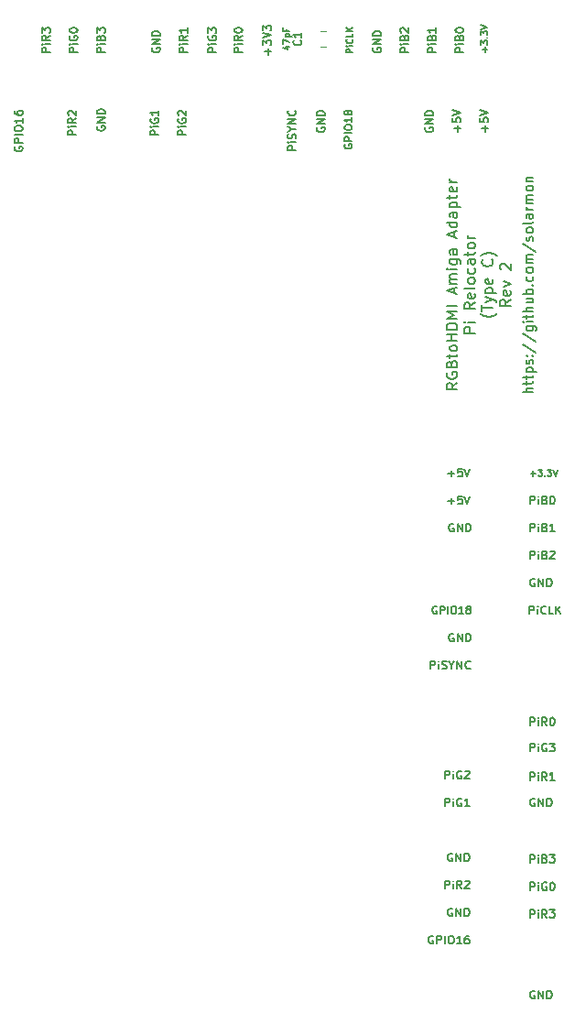
<source format=gbr>
%TF.GenerationSoftware,KiCad,Pcbnew,(5.1.9)-1*%
%TF.CreationDate,2021-04-11T16:40:00+01:00*%
%TF.ProjectId,RGBtoHDMI-Adapter Type C Rev 2,52474274-6f48-4444-9d49-2d4164617074,2*%
%TF.SameCoordinates,Original*%
%TF.FileFunction,Legend,Top*%
%TF.FilePolarity,Positive*%
%FSLAX46Y46*%
G04 Gerber Fmt 4.6, Leading zero omitted, Abs format (unit mm)*
G04 Created by KiCad (PCBNEW (5.1.9)-1) date 2021-04-11 16:40:00*
%MOMM*%
%LPD*%
G01*
G04 APERTURE LIST*
%ADD10C,0.150000*%
%ADD11C,0.120000*%
G04 APERTURE END LIST*
D10*
X112575571Y-69266428D02*
X112575571Y-68695000D01*
X112861285Y-68980714D02*
X112289857Y-68980714D01*
X112111285Y-68409285D02*
X112111285Y-67945000D01*
X112397000Y-68195000D01*
X112397000Y-68087857D01*
X112432714Y-68016428D01*
X112468428Y-67980714D01*
X112539857Y-67945000D01*
X112718428Y-67945000D01*
X112789857Y-67980714D01*
X112825571Y-68016428D01*
X112861285Y-68087857D01*
X112861285Y-68302142D01*
X112825571Y-68373571D01*
X112789857Y-68409285D01*
X112111285Y-67730714D02*
X112861285Y-67480714D01*
X112111285Y-67230714D01*
X112111285Y-67052142D02*
X112111285Y-66587857D01*
X112397000Y-66837857D01*
X112397000Y-66730714D01*
X112432714Y-66659285D01*
X112468428Y-66623571D01*
X112539857Y-66587857D01*
X112718428Y-66587857D01*
X112789857Y-66623571D01*
X112825571Y-66659285D01*
X112861285Y-66730714D01*
X112861285Y-66945000D01*
X112825571Y-67016428D01*
X112789857Y-67052142D01*
X136849000Y-107992857D02*
X137306142Y-107992857D01*
X137077571Y-108221428D02*
X137077571Y-107764285D01*
X137534714Y-107621428D02*
X137906142Y-107621428D01*
X137706142Y-107850000D01*
X137791857Y-107850000D01*
X137849000Y-107878571D01*
X137877571Y-107907142D01*
X137906142Y-107964285D01*
X137906142Y-108107142D01*
X137877571Y-108164285D01*
X137849000Y-108192857D01*
X137791857Y-108221428D01*
X137620428Y-108221428D01*
X137563285Y-108192857D01*
X137534714Y-108164285D01*
X138163285Y-108164285D02*
X138191857Y-108192857D01*
X138163285Y-108221428D01*
X138134714Y-108192857D01*
X138163285Y-108164285D01*
X138163285Y-108221428D01*
X138391857Y-107621428D02*
X138763285Y-107621428D01*
X138563285Y-107850000D01*
X138649000Y-107850000D01*
X138706142Y-107878571D01*
X138734714Y-107907142D01*
X138763285Y-107964285D01*
X138763285Y-108107142D01*
X138734714Y-108164285D01*
X138706142Y-108192857D01*
X138649000Y-108221428D01*
X138477571Y-108221428D01*
X138420428Y-108192857D01*
X138391857Y-108164285D01*
X138934714Y-107621428D02*
X139134714Y-108221428D01*
X139334714Y-107621428D01*
X129730571Y-122815000D02*
X129659142Y-122779285D01*
X129552000Y-122779285D01*
X129444857Y-122815000D01*
X129373428Y-122886428D01*
X129337714Y-122957857D01*
X129302000Y-123100714D01*
X129302000Y-123207857D01*
X129337714Y-123350714D01*
X129373428Y-123422142D01*
X129444857Y-123493571D01*
X129552000Y-123529285D01*
X129623428Y-123529285D01*
X129730571Y-123493571D01*
X129766285Y-123457857D01*
X129766285Y-123207857D01*
X129623428Y-123207857D01*
X130087714Y-123529285D02*
X130087714Y-122779285D01*
X130516285Y-123529285D01*
X130516285Y-122779285D01*
X130873428Y-123529285D02*
X130873428Y-122779285D01*
X131052000Y-122779285D01*
X131159142Y-122815000D01*
X131230571Y-122886428D01*
X131266285Y-122957857D01*
X131302000Y-123100714D01*
X131302000Y-123207857D01*
X131266285Y-123350714D01*
X131230571Y-123422142D01*
X131159142Y-123493571D01*
X131052000Y-123529285D01*
X130873428Y-123529285D01*
X137223571Y-138055000D02*
X137152142Y-138019285D01*
X137045000Y-138019285D01*
X136937857Y-138055000D01*
X136866428Y-138126428D01*
X136830714Y-138197857D01*
X136795000Y-138340714D01*
X136795000Y-138447857D01*
X136830714Y-138590714D01*
X136866428Y-138662142D01*
X136937857Y-138733571D01*
X137045000Y-138769285D01*
X137116428Y-138769285D01*
X137223571Y-138733571D01*
X137259285Y-138697857D01*
X137259285Y-138447857D01*
X137116428Y-138447857D01*
X137580714Y-138769285D02*
X137580714Y-138019285D01*
X138009285Y-138769285D01*
X138009285Y-138019285D01*
X138366428Y-138769285D02*
X138366428Y-138019285D01*
X138545000Y-138019285D01*
X138652142Y-138055000D01*
X138723571Y-138126428D01*
X138759285Y-138197857D01*
X138795000Y-138340714D01*
X138795000Y-138447857D01*
X138759285Y-138590714D01*
X138723571Y-138662142D01*
X138652142Y-138733571D01*
X138545000Y-138769285D01*
X138366428Y-138769285D01*
X129603571Y-143135000D02*
X129532142Y-143099285D01*
X129425000Y-143099285D01*
X129317857Y-143135000D01*
X129246428Y-143206428D01*
X129210714Y-143277857D01*
X129175000Y-143420714D01*
X129175000Y-143527857D01*
X129210714Y-143670714D01*
X129246428Y-143742142D01*
X129317857Y-143813571D01*
X129425000Y-143849285D01*
X129496428Y-143849285D01*
X129603571Y-143813571D01*
X129639285Y-143777857D01*
X129639285Y-143527857D01*
X129496428Y-143527857D01*
X129960714Y-143849285D02*
X129960714Y-143099285D01*
X130389285Y-143849285D01*
X130389285Y-143099285D01*
X130746428Y-143849285D02*
X130746428Y-143099285D01*
X130925000Y-143099285D01*
X131032142Y-143135000D01*
X131103571Y-143206428D01*
X131139285Y-143277857D01*
X131175000Y-143420714D01*
X131175000Y-143527857D01*
X131139285Y-143670714D01*
X131103571Y-143742142D01*
X131032142Y-143813571D01*
X130925000Y-143849285D01*
X130746428Y-143849285D01*
X137223571Y-155835000D02*
X137152142Y-155799285D01*
X137045000Y-155799285D01*
X136937857Y-155835000D01*
X136866428Y-155906428D01*
X136830714Y-155977857D01*
X136795000Y-156120714D01*
X136795000Y-156227857D01*
X136830714Y-156370714D01*
X136866428Y-156442142D01*
X136937857Y-156513571D01*
X137045000Y-156549285D01*
X137116428Y-156549285D01*
X137223571Y-156513571D01*
X137259285Y-156477857D01*
X137259285Y-156227857D01*
X137116428Y-156227857D01*
X137580714Y-156549285D02*
X137580714Y-155799285D01*
X138009285Y-156549285D01*
X138009285Y-155799285D01*
X138366428Y-156549285D02*
X138366428Y-155799285D01*
X138545000Y-155799285D01*
X138652142Y-155835000D01*
X138723571Y-155906428D01*
X138759285Y-155977857D01*
X138795000Y-156120714D01*
X138795000Y-156227857D01*
X138759285Y-156370714D01*
X138723571Y-156442142D01*
X138652142Y-156513571D01*
X138545000Y-156549285D01*
X138366428Y-156549285D01*
X129603571Y-148215000D02*
X129532142Y-148179285D01*
X129425000Y-148179285D01*
X129317857Y-148215000D01*
X129246428Y-148286428D01*
X129210714Y-148357857D01*
X129175000Y-148500714D01*
X129175000Y-148607857D01*
X129210714Y-148750714D01*
X129246428Y-148822142D01*
X129317857Y-148893571D01*
X129425000Y-148929285D01*
X129496428Y-148929285D01*
X129603571Y-148893571D01*
X129639285Y-148857857D01*
X129639285Y-148607857D01*
X129496428Y-148607857D01*
X129960714Y-148929285D02*
X129960714Y-148179285D01*
X130389285Y-148929285D01*
X130389285Y-148179285D01*
X130746428Y-148929285D02*
X130746428Y-148179285D01*
X130925000Y-148179285D01*
X131032142Y-148215000D01*
X131103571Y-148286428D01*
X131139285Y-148357857D01*
X131175000Y-148500714D01*
X131175000Y-148607857D01*
X131139285Y-148750714D01*
X131103571Y-148822142D01*
X131032142Y-148893571D01*
X130925000Y-148929285D01*
X130746428Y-148929285D01*
X101860000Y-68643428D02*
X101824285Y-68714857D01*
X101824285Y-68822000D01*
X101860000Y-68929142D01*
X101931428Y-69000571D01*
X102002857Y-69036285D01*
X102145714Y-69072000D01*
X102252857Y-69072000D01*
X102395714Y-69036285D01*
X102467142Y-69000571D01*
X102538571Y-68929142D01*
X102574285Y-68822000D01*
X102574285Y-68750571D01*
X102538571Y-68643428D01*
X102502857Y-68607714D01*
X102252857Y-68607714D01*
X102252857Y-68750571D01*
X102574285Y-68286285D02*
X101824285Y-68286285D01*
X102574285Y-67857714D01*
X101824285Y-67857714D01*
X102574285Y-67500571D02*
X101824285Y-67500571D01*
X101824285Y-67322000D01*
X101860000Y-67214857D01*
X101931428Y-67143428D01*
X102002857Y-67107714D01*
X102145714Y-67072000D01*
X102252857Y-67072000D01*
X102395714Y-67107714D01*
X102467142Y-67143428D01*
X102538571Y-67214857D01*
X102574285Y-67322000D01*
X102574285Y-67500571D01*
X96780000Y-75882428D02*
X96744285Y-75953857D01*
X96744285Y-76061000D01*
X96780000Y-76168142D01*
X96851428Y-76239571D01*
X96922857Y-76275285D01*
X97065714Y-76311000D01*
X97172857Y-76311000D01*
X97315714Y-76275285D01*
X97387142Y-76239571D01*
X97458571Y-76168142D01*
X97494285Y-76061000D01*
X97494285Y-75989571D01*
X97458571Y-75882428D01*
X97422857Y-75846714D01*
X97172857Y-75846714D01*
X97172857Y-75989571D01*
X97494285Y-75525285D02*
X96744285Y-75525285D01*
X97494285Y-75096714D01*
X96744285Y-75096714D01*
X97494285Y-74739571D02*
X96744285Y-74739571D01*
X96744285Y-74561000D01*
X96780000Y-74453857D01*
X96851428Y-74382428D01*
X96922857Y-74346714D01*
X97065714Y-74311000D01*
X97172857Y-74311000D01*
X97315714Y-74346714D01*
X97387142Y-74382428D01*
X97458571Y-74453857D01*
X97494285Y-74561000D01*
X97494285Y-74739571D01*
X117100000Y-76009428D02*
X117064285Y-76080857D01*
X117064285Y-76188000D01*
X117100000Y-76295142D01*
X117171428Y-76366571D01*
X117242857Y-76402285D01*
X117385714Y-76438000D01*
X117492857Y-76438000D01*
X117635714Y-76402285D01*
X117707142Y-76366571D01*
X117778571Y-76295142D01*
X117814285Y-76188000D01*
X117814285Y-76116571D01*
X117778571Y-76009428D01*
X117742857Y-75973714D01*
X117492857Y-75973714D01*
X117492857Y-76116571D01*
X117814285Y-75652285D02*
X117064285Y-75652285D01*
X117814285Y-75223714D01*
X117064285Y-75223714D01*
X117814285Y-74866571D02*
X117064285Y-74866571D01*
X117064285Y-74688000D01*
X117100000Y-74580857D01*
X117171428Y-74509428D01*
X117242857Y-74473714D01*
X117385714Y-74438000D01*
X117492857Y-74438000D01*
X117635714Y-74473714D01*
X117707142Y-74509428D01*
X117778571Y-74580857D01*
X117814285Y-74688000D01*
X117814285Y-74866571D01*
X132630857Y-69018000D02*
X132630857Y-68560857D01*
X132859428Y-68789428D02*
X132402285Y-68789428D01*
X132259428Y-68332285D02*
X132259428Y-67960857D01*
X132488000Y-68160857D01*
X132488000Y-68075142D01*
X132516571Y-68018000D01*
X132545142Y-67989428D01*
X132602285Y-67960857D01*
X132745142Y-67960857D01*
X132802285Y-67989428D01*
X132830857Y-68018000D01*
X132859428Y-68075142D01*
X132859428Y-68246571D01*
X132830857Y-68303714D01*
X132802285Y-68332285D01*
X132802285Y-67703714D02*
X132830857Y-67675142D01*
X132859428Y-67703714D01*
X132830857Y-67732285D01*
X132802285Y-67703714D01*
X132859428Y-67703714D01*
X132259428Y-67475142D02*
X132259428Y-67103714D01*
X132488000Y-67303714D01*
X132488000Y-67218000D01*
X132516571Y-67160857D01*
X132545142Y-67132285D01*
X132602285Y-67103714D01*
X132745142Y-67103714D01*
X132802285Y-67132285D01*
X132830857Y-67160857D01*
X132859428Y-67218000D01*
X132859428Y-67389428D01*
X132830857Y-67446571D01*
X132802285Y-67475142D01*
X132259428Y-66932285D02*
X132859428Y-66732285D01*
X132259428Y-66532285D01*
X89160000Y-77791285D02*
X89124285Y-77862714D01*
X89124285Y-77969857D01*
X89160000Y-78077000D01*
X89231428Y-78148428D01*
X89302857Y-78184142D01*
X89445714Y-78219857D01*
X89552857Y-78219857D01*
X89695714Y-78184142D01*
X89767142Y-78148428D01*
X89838571Y-78077000D01*
X89874285Y-77969857D01*
X89874285Y-77898428D01*
X89838571Y-77791285D01*
X89802857Y-77755571D01*
X89552857Y-77755571D01*
X89552857Y-77898428D01*
X89874285Y-77434142D02*
X89124285Y-77434142D01*
X89124285Y-77148428D01*
X89160000Y-77077000D01*
X89195714Y-77041285D01*
X89267142Y-77005571D01*
X89374285Y-77005571D01*
X89445714Y-77041285D01*
X89481428Y-77077000D01*
X89517142Y-77148428D01*
X89517142Y-77434142D01*
X89874285Y-76684142D02*
X89124285Y-76684142D01*
X89124285Y-76184142D02*
X89124285Y-76041285D01*
X89160000Y-75969857D01*
X89231428Y-75898428D01*
X89374285Y-75862714D01*
X89624285Y-75862714D01*
X89767142Y-75898428D01*
X89838571Y-75969857D01*
X89874285Y-76041285D01*
X89874285Y-76184142D01*
X89838571Y-76255571D01*
X89767142Y-76327000D01*
X89624285Y-76362714D01*
X89374285Y-76362714D01*
X89231428Y-76327000D01*
X89160000Y-76255571D01*
X89124285Y-76184142D01*
X89874285Y-75148428D02*
X89874285Y-75577000D01*
X89874285Y-75362714D02*
X89124285Y-75362714D01*
X89231428Y-75434142D01*
X89302857Y-75505571D01*
X89338571Y-75577000D01*
X89124285Y-74505571D02*
X89124285Y-74648428D01*
X89160000Y-74719857D01*
X89195714Y-74755571D01*
X89302857Y-74827000D01*
X89445714Y-74862714D01*
X89731428Y-74862714D01*
X89802857Y-74827000D01*
X89838571Y-74791285D01*
X89874285Y-74719857D01*
X89874285Y-74577000D01*
X89838571Y-74505571D01*
X89802857Y-74469857D01*
X89731428Y-74434142D01*
X89552857Y-74434142D01*
X89481428Y-74469857D01*
X89445714Y-74505571D01*
X89410000Y-74577000D01*
X89410000Y-74719857D01*
X89445714Y-74791285D01*
X89481428Y-74827000D01*
X89552857Y-74862714D01*
X127133000Y-76009428D02*
X127097285Y-76080857D01*
X127097285Y-76188000D01*
X127133000Y-76295142D01*
X127204428Y-76366571D01*
X127275857Y-76402285D01*
X127418714Y-76438000D01*
X127525857Y-76438000D01*
X127668714Y-76402285D01*
X127740142Y-76366571D01*
X127811571Y-76295142D01*
X127847285Y-76188000D01*
X127847285Y-76116571D01*
X127811571Y-76009428D01*
X127775857Y-75973714D01*
X127525857Y-75973714D01*
X127525857Y-76116571D01*
X127847285Y-75652285D02*
X127097285Y-75652285D01*
X127847285Y-75223714D01*
X127097285Y-75223714D01*
X127847285Y-74866571D02*
X127097285Y-74866571D01*
X127097285Y-74688000D01*
X127133000Y-74580857D01*
X127204428Y-74509428D01*
X127275857Y-74473714D01*
X127418714Y-74438000D01*
X127525857Y-74438000D01*
X127668714Y-74473714D01*
X127740142Y-74509428D01*
X127811571Y-74580857D01*
X127847285Y-74688000D01*
X127847285Y-74866571D01*
X130101571Y-76402285D02*
X130101571Y-75830857D01*
X130387285Y-76116571D02*
X129815857Y-76116571D01*
X129637285Y-75116571D02*
X129637285Y-75473714D01*
X129994428Y-75509428D01*
X129958714Y-75473714D01*
X129923000Y-75402285D01*
X129923000Y-75223714D01*
X129958714Y-75152285D01*
X129994428Y-75116571D01*
X130065857Y-75080857D01*
X130244428Y-75080857D01*
X130315857Y-75116571D01*
X130351571Y-75152285D01*
X130387285Y-75223714D01*
X130387285Y-75402285D01*
X130351571Y-75473714D01*
X130315857Y-75509428D01*
X129637285Y-74866571D02*
X130387285Y-74616571D01*
X129637285Y-74366571D01*
X132641571Y-76402285D02*
X132641571Y-75830857D01*
X132927285Y-76116571D02*
X132355857Y-76116571D01*
X132177285Y-75116571D02*
X132177285Y-75473714D01*
X132534428Y-75509428D01*
X132498714Y-75473714D01*
X132463000Y-75402285D01*
X132463000Y-75223714D01*
X132498714Y-75152285D01*
X132534428Y-75116571D01*
X132605857Y-75080857D01*
X132784428Y-75080857D01*
X132855857Y-75116571D01*
X132891571Y-75152285D01*
X132927285Y-75223714D01*
X132927285Y-75402285D01*
X132891571Y-75473714D01*
X132855857Y-75509428D01*
X132177285Y-74866571D02*
X132927285Y-74616571D01*
X132177285Y-74366571D01*
X119665000Y-77566666D02*
X119631666Y-77633333D01*
X119631666Y-77733333D01*
X119665000Y-77833333D01*
X119731666Y-77900000D01*
X119798333Y-77933333D01*
X119931666Y-77966666D01*
X120031666Y-77966666D01*
X120165000Y-77933333D01*
X120231666Y-77900000D01*
X120298333Y-77833333D01*
X120331666Y-77733333D01*
X120331666Y-77666666D01*
X120298333Y-77566666D01*
X120265000Y-77533333D01*
X120031666Y-77533333D01*
X120031666Y-77666666D01*
X120331666Y-77233333D02*
X119631666Y-77233333D01*
X119631666Y-76966666D01*
X119665000Y-76900000D01*
X119698333Y-76866666D01*
X119765000Y-76833333D01*
X119865000Y-76833333D01*
X119931666Y-76866666D01*
X119965000Y-76900000D01*
X119998333Y-76966666D01*
X119998333Y-77233333D01*
X120331666Y-76533333D02*
X119631666Y-76533333D01*
X119631666Y-76066666D02*
X119631666Y-75933333D01*
X119665000Y-75866666D01*
X119731666Y-75800000D01*
X119865000Y-75766666D01*
X120098333Y-75766666D01*
X120231666Y-75800000D01*
X120298333Y-75866666D01*
X120331666Y-75933333D01*
X120331666Y-76066666D01*
X120298333Y-76133333D01*
X120231666Y-76200000D01*
X120098333Y-76233333D01*
X119865000Y-76233333D01*
X119731666Y-76200000D01*
X119665000Y-76133333D01*
X119631666Y-76066666D01*
X120331666Y-75100000D02*
X120331666Y-75500000D01*
X120331666Y-75300000D02*
X119631666Y-75300000D01*
X119731666Y-75366666D01*
X119798333Y-75433333D01*
X119831666Y-75500000D01*
X119931666Y-74700000D02*
X119898333Y-74766666D01*
X119865000Y-74800000D01*
X119798333Y-74833333D01*
X119765000Y-74833333D01*
X119698333Y-74800000D01*
X119665000Y-74766666D01*
X119631666Y-74700000D01*
X119631666Y-74566666D01*
X119665000Y-74500000D01*
X119698333Y-74466666D01*
X119765000Y-74433333D01*
X119798333Y-74433333D01*
X119865000Y-74466666D01*
X119898333Y-74500000D01*
X119931666Y-74566666D01*
X119931666Y-74700000D01*
X119965000Y-74766666D01*
X119998333Y-74800000D01*
X120065000Y-74833333D01*
X120198333Y-74833333D01*
X120265000Y-74800000D01*
X120298333Y-74766666D01*
X120331666Y-74700000D01*
X120331666Y-74566666D01*
X120298333Y-74500000D01*
X120265000Y-74466666D01*
X120198333Y-74433333D01*
X120065000Y-74433333D01*
X119998333Y-74466666D01*
X119965000Y-74500000D01*
X119931666Y-74566666D01*
X115147285Y-78116571D02*
X114397285Y-78116571D01*
X114397285Y-77830857D01*
X114433000Y-77759428D01*
X114468714Y-77723714D01*
X114540142Y-77688000D01*
X114647285Y-77688000D01*
X114718714Y-77723714D01*
X114754428Y-77759428D01*
X114790142Y-77830857D01*
X114790142Y-78116571D01*
X115147285Y-77366571D02*
X114647285Y-77366571D01*
X114397285Y-77366571D02*
X114433000Y-77402285D01*
X114468714Y-77366571D01*
X114433000Y-77330857D01*
X114397285Y-77366571D01*
X114468714Y-77366571D01*
X115111571Y-77045143D02*
X115147285Y-76938000D01*
X115147285Y-76759428D01*
X115111571Y-76688000D01*
X115075857Y-76652285D01*
X115004428Y-76616571D01*
X114933000Y-76616571D01*
X114861571Y-76652285D01*
X114825857Y-76688000D01*
X114790142Y-76759428D01*
X114754428Y-76902285D01*
X114718714Y-76973714D01*
X114683000Y-77009428D01*
X114611571Y-77045143D01*
X114540142Y-77045143D01*
X114468714Y-77009428D01*
X114433000Y-76973714D01*
X114397285Y-76902285D01*
X114397285Y-76723714D01*
X114433000Y-76616571D01*
X114790142Y-76152285D02*
X115147285Y-76152285D01*
X114397285Y-76402285D02*
X114790142Y-76152285D01*
X114397285Y-75902285D01*
X115147285Y-75652285D02*
X114397285Y-75652285D01*
X115147285Y-75223714D01*
X114397285Y-75223714D01*
X115075857Y-74438000D02*
X115111571Y-74473714D01*
X115147285Y-74580857D01*
X115147285Y-74652285D01*
X115111571Y-74759428D01*
X115040142Y-74830857D01*
X114968714Y-74866571D01*
X114825857Y-74902285D01*
X114718714Y-74902285D01*
X114575857Y-74866571D01*
X114504428Y-74830857D01*
X114433000Y-74759428D01*
X114397285Y-74652285D01*
X114397285Y-74580857D01*
X114433000Y-74473714D01*
X114468714Y-74438000D01*
X104987285Y-76687999D02*
X104237285Y-76687999D01*
X104237285Y-76402285D01*
X104273000Y-76330857D01*
X104308714Y-76295142D01*
X104380142Y-76259428D01*
X104487285Y-76259428D01*
X104558714Y-76295142D01*
X104594428Y-76330857D01*
X104630142Y-76402285D01*
X104630142Y-76687999D01*
X104987285Y-75937999D02*
X104487285Y-75937999D01*
X104237285Y-75937999D02*
X104273000Y-75973714D01*
X104308714Y-75937999D01*
X104273000Y-75902285D01*
X104237285Y-75937999D01*
X104308714Y-75937999D01*
X104273000Y-75187999D02*
X104237285Y-75259428D01*
X104237285Y-75366571D01*
X104273000Y-75473714D01*
X104344428Y-75545142D01*
X104415857Y-75580857D01*
X104558714Y-75616571D01*
X104665857Y-75616571D01*
X104808714Y-75580857D01*
X104880142Y-75545142D01*
X104951571Y-75473714D01*
X104987285Y-75366571D01*
X104987285Y-75295142D01*
X104951571Y-75187999D01*
X104915857Y-75152285D01*
X104665857Y-75152285D01*
X104665857Y-75295142D01*
X104308714Y-74866571D02*
X104273000Y-74830857D01*
X104237285Y-74759428D01*
X104237285Y-74580857D01*
X104273000Y-74509428D01*
X104308714Y-74473714D01*
X104380142Y-74437999D01*
X104451571Y-74437999D01*
X104558714Y-74473714D01*
X104987285Y-74902285D01*
X104987285Y-74437999D01*
X102447285Y-76687999D02*
X101697285Y-76687999D01*
X101697285Y-76402285D01*
X101733000Y-76330857D01*
X101768714Y-76295142D01*
X101840142Y-76259428D01*
X101947285Y-76259428D01*
X102018714Y-76295142D01*
X102054428Y-76330857D01*
X102090142Y-76402285D01*
X102090142Y-76687999D01*
X102447285Y-75937999D02*
X101947285Y-75937999D01*
X101697285Y-75937999D02*
X101733000Y-75973714D01*
X101768714Y-75937999D01*
X101733000Y-75902285D01*
X101697285Y-75937999D01*
X101768714Y-75937999D01*
X101733000Y-75187999D02*
X101697285Y-75259428D01*
X101697285Y-75366571D01*
X101733000Y-75473714D01*
X101804428Y-75545142D01*
X101875857Y-75580857D01*
X102018714Y-75616571D01*
X102125857Y-75616571D01*
X102268714Y-75580857D01*
X102340142Y-75545142D01*
X102411571Y-75473714D01*
X102447285Y-75366571D01*
X102447285Y-75295142D01*
X102411571Y-75187999D01*
X102375857Y-75152285D01*
X102125857Y-75152285D01*
X102125857Y-75295142D01*
X102447285Y-74437999D02*
X102447285Y-74866571D01*
X102447285Y-74652285D02*
X101697285Y-74652285D01*
X101804428Y-74723714D01*
X101875857Y-74795142D01*
X101911571Y-74866571D01*
X94827285Y-76687999D02*
X94077285Y-76687999D01*
X94077285Y-76402285D01*
X94113000Y-76330857D01*
X94148714Y-76295142D01*
X94220142Y-76259428D01*
X94327285Y-76259428D01*
X94398714Y-76295142D01*
X94434428Y-76330857D01*
X94470142Y-76402285D01*
X94470142Y-76687999D01*
X94827285Y-75937999D02*
X94327285Y-75937999D01*
X94077285Y-75937999D02*
X94113000Y-75973714D01*
X94148714Y-75937999D01*
X94113000Y-75902285D01*
X94077285Y-75937999D01*
X94148714Y-75937999D01*
X94827285Y-75152285D02*
X94470142Y-75402285D01*
X94827285Y-75580857D02*
X94077285Y-75580857D01*
X94077285Y-75295142D01*
X94113000Y-75223714D01*
X94148714Y-75187999D01*
X94220142Y-75152285D01*
X94327285Y-75152285D01*
X94398714Y-75187999D01*
X94434428Y-75223714D01*
X94470142Y-75295142D01*
X94470142Y-75580857D01*
X94148714Y-74866571D02*
X94113000Y-74830857D01*
X94077285Y-74759428D01*
X94077285Y-74580857D01*
X94113000Y-74509428D01*
X94148714Y-74473714D01*
X94220142Y-74437999D01*
X94291571Y-74437999D01*
X94398714Y-74473714D01*
X94827285Y-74902285D01*
X94827285Y-74437999D01*
X130641285Y-69052142D02*
X129891285Y-69052142D01*
X129891285Y-68766428D01*
X129927000Y-68695000D01*
X129962714Y-68659285D01*
X130034142Y-68623571D01*
X130141285Y-68623571D01*
X130212714Y-68659285D01*
X130248428Y-68695000D01*
X130284142Y-68766428D01*
X130284142Y-69052142D01*
X130641285Y-68302142D02*
X130141285Y-68302142D01*
X129891285Y-68302142D02*
X129927000Y-68337857D01*
X129962714Y-68302142D01*
X129927000Y-68266428D01*
X129891285Y-68302142D01*
X129962714Y-68302142D01*
X130248428Y-67695000D02*
X130284142Y-67587857D01*
X130319857Y-67552142D01*
X130391285Y-67516428D01*
X130498428Y-67516428D01*
X130569857Y-67552142D01*
X130605571Y-67587857D01*
X130641285Y-67659285D01*
X130641285Y-67945000D01*
X129891285Y-67945000D01*
X129891285Y-67695000D01*
X129927000Y-67623571D01*
X129962714Y-67587857D01*
X130034142Y-67552142D01*
X130105571Y-67552142D01*
X130177000Y-67587857D01*
X130212714Y-67623571D01*
X130248428Y-67695000D01*
X130248428Y-67945000D01*
X129891285Y-67052142D02*
X129891285Y-66980714D01*
X129927000Y-66909285D01*
X129962714Y-66873571D01*
X130034142Y-66837857D01*
X130177000Y-66802142D01*
X130355571Y-66802142D01*
X130498428Y-66837857D01*
X130569857Y-66873571D01*
X130605571Y-66909285D01*
X130641285Y-66980714D01*
X130641285Y-67052142D01*
X130605571Y-67123571D01*
X130569857Y-67159285D01*
X130498428Y-67195000D01*
X130355571Y-67230714D01*
X130177000Y-67230714D01*
X130034142Y-67195000D01*
X129962714Y-67159285D01*
X129927000Y-67123571D01*
X129891285Y-67052142D01*
X128101285Y-69052142D02*
X127351285Y-69052142D01*
X127351285Y-68766428D01*
X127387000Y-68695000D01*
X127422714Y-68659285D01*
X127494142Y-68623571D01*
X127601285Y-68623571D01*
X127672714Y-68659285D01*
X127708428Y-68695000D01*
X127744142Y-68766428D01*
X127744142Y-69052142D01*
X128101285Y-68302142D02*
X127601285Y-68302142D01*
X127351285Y-68302142D02*
X127387000Y-68337857D01*
X127422714Y-68302142D01*
X127387000Y-68266428D01*
X127351285Y-68302142D01*
X127422714Y-68302142D01*
X127708428Y-67695000D02*
X127744142Y-67587857D01*
X127779857Y-67552142D01*
X127851285Y-67516428D01*
X127958428Y-67516428D01*
X128029857Y-67552142D01*
X128065571Y-67587857D01*
X128101285Y-67659285D01*
X128101285Y-67945000D01*
X127351285Y-67945000D01*
X127351285Y-67695000D01*
X127387000Y-67623571D01*
X127422714Y-67587857D01*
X127494142Y-67552142D01*
X127565571Y-67552142D01*
X127637000Y-67587857D01*
X127672714Y-67623571D01*
X127708428Y-67695000D01*
X127708428Y-67945000D01*
X128101285Y-66802142D02*
X128101285Y-67230714D01*
X128101285Y-67016428D02*
X127351285Y-67016428D01*
X127458428Y-67087857D01*
X127529857Y-67159285D01*
X127565571Y-67230714D01*
X120413428Y-69087857D02*
X119813428Y-69087857D01*
X119813428Y-68859285D01*
X119842000Y-68802142D01*
X119870571Y-68773571D01*
X119927714Y-68745000D01*
X120013428Y-68745000D01*
X120070571Y-68773571D01*
X120099142Y-68802142D01*
X120127714Y-68859285D01*
X120127714Y-69087857D01*
X120413428Y-68487857D02*
X120013428Y-68487857D01*
X119813428Y-68487857D02*
X119842000Y-68516428D01*
X119870571Y-68487857D01*
X119842000Y-68459285D01*
X119813428Y-68487857D01*
X119870571Y-68487857D01*
X120356285Y-67859285D02*
X120384857Y-67887857D01*
X120413428Y-67973571D01*
X120413428Y-68030714D01*
X120384857Y-68116428D01*
X120327714Y-68173571D01*
X120270571Y-68202142D01*
X120156285Y-68230714D01*
X120070571Y-68230714D01*
X119956285Y-68202142D01*
X119899142Y-68173571D01*
X119842000Y-68116428D01*
X119813428Y-68030714D01*
X119813428Y-67973571D01*
X119842000Y-67887857D01*
X119870571Y-67859285D01*
X120413428Y-67316428D02*
X120413428Y-67602142D01*
X119813428Y-67602142D01*
X120413428Y-67116428D02*
X119813428Y-67116428D01*
X120413428Y-66773571D02*
X120070571Y-67030714D01*
X119813428Y-66773571D02*
X120156285Y-67116428D01*
X122307000Y-68659286D02*
X122271285Y-68730715D01*
X122271285Y-68837858D01*
X122307000Y-68945000D01*
X122378428Y-69016429D01*
X122449857Y-69052143D01*
X122592714Y-69087858D01*
X122699857Y-69087858D01*
X122842714Y-69052143D01*
X122914142Y-69016429D01*
X122985571Y-68945000D01*
X123021285Y-68837858D01*
X123021285Y-68766429D01*
X122985571Y-68659286D01*
X122949857Y-68623572D01*
X122699857Y-68623572D01*
X122699857Y-68766429D01*
X123021285Y-68302143D02*
X122271285Y-68302143D01*
X123021285Y-67873572D01*
X122271285Y-67873572D01*
X123021285Y-67516429D02*
X122271285Y-67516429D01*
X122271285Y-67337858D01*
X122307000Y-67230715D01*
X122378428Y-67159286D01*
X122449857Y-67123572D01*
X122592714Y-67087858D01*
X122699857Y-67087858D01*
X122842714Y-67123572D01*
X122914142Y-67159286D01*
X122985571Y-67230715D01*
X123021285Y-67337858D01*
X123021285Y-67516429D01*
X125561285Y-69052142D02*
X124811285Y-69052142D01*
X124811285Y-68766428D01*
X124847000Y-68695000D01*
X124882714Y-68659285D01*
X124954142Y-68623571D01*
X125061285Y-68623571D01*
X125132714Y-68659285D01*
X125168428Y-68695000D01*
X125204142Y-68766428D01*
X125204142Y-69052142D01*
X125561285Y-68302142D02*
X125061285Y-68302142D01*
X124811285Y-68302142D02*
X124847000Y-68337857D01*
X124882714Y-68302142D01*
X124847000Y-68266428D01*
X124811285Y-68302142D01*
X124882714Y-68302142D01*
X125168428Y-67695000D02*
X125204142Y-67587857D01*
X125239857Y-67552142D01*
X125311285Y-67516428D01*
X125418428Y-67516428D01*
X125489857Y-67552142D01*
X125525571Y-67587857D01*
X125561285Y-67659285D01*
X125561285Y-67945000D01*
X124811285Y-67945000D01*
X124811285Y-67695000D01*
X124847000Y-67623571D01*
X124882714Y-67587857D01*
X124954142Y-67552142D01*
X125025571Y-67552142D01*
X125097000Y-67587857D01*
X125132714Y-67623571D01*
X125168428Y-67695000D01*
X125168428Y-67945000D01*
X124882714Y-67230714D02*
X124847000Y-67195000D01*
X124811285Y-67123571D01*
X124811285Y-66945000D01*
X124847000Y-66873571D01*
X124882714Y-66837857D01*
X124954142Y-66802142D01*
X125025571Y-66802142D01*
X125132714Y-66837857D01*
X125561285Y-67266428D01*
X125561285Y-66802142D01*
X92414285Y-69052142D02*
X91664285Y-69052142D01*
X91664285Y-68766428D01*
X91700000Y-68695000D01*
X91735714Y-68659285D01*
X91807142Y-68623571D01*
X91914285Y-68623571D01*
X91985714Y-68659285D01*
X92021428Y-68695000D01*
X92057142Y-68766428D01*
X92057142Y-69052142D01*
X92414285Y-68302142D02*
X91914285Y-68302142D01*
X91664285Y-68302142D02*
X91700000Y-68337857D01*
X91735714Y-68302142D01*
X91700000Y-68266428D01*
X91664285Y-68302142D01*
X91735714Y-68302142D01*
X92414285Y-67516428D02*
X92057142Y-67766428D01*
X92414285Y-67945000D02*
X91664285Y-67945000D01*
X91664285Y-67659285D01*
X91700000Y-67587857D01*
X91735714Y-67552142D01*
X91807142Y-67516428D01*
X91914285Y-67516428D01*
X91985714Y-67552142D01*
X92021428Y-67587857D01*
X92057142Y-67659285D01*
X92057142Y-67945000D01*
X91664285Y-67266428D02*
X91664285Y-66802142D01*
X91950000Y-67052142D01*
X91950000Y-66945000D01*
X91985714Y-66873571D01*
X92021428Y-66837857D01*
X92092857Y-66802142D01*
X92271428Y-66802142D01*
X92342857Y-66837857D01*
X92378571Y-66873571D01*
X92414285Y-66945000D01*
X92414285Y-67159285D01*
X92378571Y-67230714D01*
X92342857Y-67266428D01*
X105114285Y-69052142D02*
X104364285Y-69052142D01*
X104364285Y-68766428D01*
X104400000Y-68695000D01*
X104435714Y-68659285D01*
X104507142Y-68623571D01*
X104614285Y-68623571D01*
X104685714Y-68659285D01*
X104721428Y-68695000D01*
X104757142Y-68766428D01*
X104757142Y-69052142D01*
X105114285Y-68302142D02*
X104614285Y-68302142D01*
X104364285Y-68302142D02*
X104400000Y-68337857D01*
X104435714Y-68302142D01*
X104400000Y-68266428D01*
X104364285Y-68302142D01*
X104435714Y-68302142D01*
X105114285Y-67516428D02*
X104757142Y-67766428D01*
X105114285Y-67945000D02*
X104364285Y-67945000D01*
X104364285Y-67659285D01*
X104400000Y-67587857D01*
X104435714Y-67552142D01*
X104507142Y-67516428D01*
X104614285Y-67516428D01*
X104685714Y-67552142D01*
X104721428Y-67587857D01*
X104757142Y-67659285D01*
X104757142Y-67945000D01*
X105114285Y-66802142D02*
X105114285Y-67230714D01*
X105114285Y-67016428D02*
X104364285Y-67016428D01*
X104471428Y-67087857D01*
X104542857Y-67159285D01*
X104578571Y-67230714D01*
X110194285Y-69052142D02*
X109444285Y-69052142D01*
X109444285Y-68766428D01*
X109480000Y-68695000D01*
X109515714Y-68659285D01*
X109587142Y-68623571D01*
X109694285Y-68623571D01*
X109765714Y-68659285D01*
X109801428Y-68695000D01*
X109837142Y-68766428D01*
X109837142Y-69052142D01*
X110194285Y-68302142D02*
X109694285Y-68302142D01*
X109444285Y-68302142D02*
X109480000Y-68337857D01*
X109515714Y-68302142D01*
X109480000Y-68266428D01*
X109444285Y-68302142D01*
X109515714Y-68302142D01*
X110194285Y-67516428D02*
X109837142Y-67766428D01*
X110194285Y-67945000D02*
X109444285Y-67945000D01*
X109444285Y-67659285D01*
X109480000Y-67587857D01*
X109515714Y-67552142D01*
X109587142Y-67516428D01*
X109694285Y-67516428D01*
X109765714Y-67552142D01*
X109801428Y-67587857D01*
X109837142Y-67659285D01*
X109837142Y-67945000D01*
X109444285Y-67052142D02*
X109444285Y-66980714D01*
X109480000Y-66909285D01*
X109515714Y-66873571D01*
X109587142Y-66837857D01*
X109730000Y-66802142D01*
X109908571Y-66802142D01*
X110051428Y-66837857D01*
X110122857Y-66873571D01*
X110158571Y-66909285D01*
X110194285Y-66980714D01*
X110194285Y-67052142D01*
X110158571Y-67123571D01*
X110122857Y-67159285D01*
X110051428Y-67195000D01*
X109908571Y-67230714D01*
X109730000Y-67230714D01*
X109587142Y-67195000D01*
X109515714Y-67159285D01*
X109480000Y-67123571D01*
X109444285Y-67052142D01*
X107781285Y-69052142D02*
X107031285Y-69052142D01*
X107031285Y-68766428D01*
X107067000Y-68695000D01*
X107102714Y-68659285D01*
X107174142Y-68623571D01*
X107281285Y-68623571D01*
X107352714Y-68659285D01*
X107388428Y-68695000D01*
X107424142Y-68766428D01*
X107424142Y-69052142D01*
X107781285Y-68302142D02*
X107281285Y-68302142D01*
X107031285Y-68302142D02*
X107067000Y-68337857D01*
X107102714Y-68302142D01*
X107067000Y-68266428D01*
X107031285Y-68302142D01*
X107102714Y-68302142D01*
X107067000Y-67552142D02*
X107031285Y-67623571D01*
X107031285Y-67730714D01*
X107067000Y-67837857D01*
X107138428Y-67909285D01*
X107209857Y-67945000D01*
X107352714Y-67980714D01*
X107459857Y-67980714D01*
X107602714Y-67945000D01*
X107674142Y-67909285D01*
X107745571Y-67837857D01*
X107781285Y-67730714D01*
X107781285Y-67659285D01*
X107745571Y-67552142D01*
X107709857Y-67516428D01*
X107459857Y-67516428D01*
X107459857Y-67659285D01*
X107031285Y-67266428D02*
X107031285Y-66802142D01*
X107317000Y-67052142D01*
X107317000Y-66945000D01*
X107352714Y-66873571D01*
X107388428Y-66837857D01*
X107459857Y-66802142D01*
X107638428Y-66802142D01*
X107709857Y-66837857D01*
X107745571Y-66873571D01*
X107781285Y-66945000D01*
X107781285Y-67159285D01*
X107745571Y-67230714D01*
X107709857Y-67266428D01*
X94954285Y-69052142D02*
X94204285Y-69052142D01*
X94204285Y-68766428D01*
X94240000Y-68695000D01*
X94275714Y-68659285D01*
X94347142Y-68623571D01*
X94454285Y-68623571D01*
X94525714Y-68659285D01*
X94561428Y-68695000D01*
X94597142Y-68766428D01*
X94597142Y-69052142D01*
X94954285Y-68302142D02*
X94454285Y-68302142D01*
X94204285Y-68302142D02*
X94240000Y-68337857D01*
X94275714Y-68302142D01*
X94240000Y-68266428D01*
X94204285Y-68302142D01*
X94275714Y-68302142D01*
X94240000Y-67552142D02*
X94204285Y-67623571D01*
X94204285Y-67730714D01*
X94240000Y-67837857D01*
X94311428Y-67909285D01*
X94382857Y-67945000D01*
X94525714Y-67980714D01*
X94632857Y-67980714D01*
X94775714Y-67945000D01*
X94847142Y-67909285D01*
X94918571Y-67837857D01*
X94954285Y-67730714D01*
X94954285Y-67659285D01*
X94918571Y-67552142D01*
X94882857Y-67516428D01*
X94632857Y-67516428D01*
X94632857Y-67659285D01*
X94204285Y-67052142D02*
X94204285Y-66980714D01*
X94240000Y-66909285D01*
X94275714Y-66873571D01*
X94347142Y-66837857D01*
X94490000Y-66802142D01*
X94668571Y-66802142D01*
X94811428Y-66837857D01*
X94882857Y-66873571D01*
X94918571Y-66909285D01*
X94954285Y-66980714D01*
X94954285Y-67052142D01*
X94918571Y-67123571D01*
X94882857Y-67159285D01*
X94811428Y-67195000D01*
X94668571Y-67230714D01*
X94490000Y-67230714D01*
X94347142Y-67195000D01*
X94275714Y-67159285D01*
X94240000Y-67123571D01*
X94204285Y-67052142D01*
X97494285Y-69052142D02*
X96744285Y-69052142D01*
X96744285Y-68766428D01*
X96780000Y-68695000D01*
X96815714Y-68659285D01*
X96887142Y-68623571D01*
X96994285Y-68623571D01*
X97065714Y-68659285D01*
X97101428Y-68695000D01*
X97137142Y-68766428D01*
X97137142Y-69052142D01*
X97494285Y-68302142D02*
X96994285Y-68302142D01*
X96744285Y-68302142D02*
X96780000Y-68337857D01*
X96815714Y-68302142D01*
X96780000Y-68266428D01*
X96744285Y-68302142D01*
X96815714Y-68302142D01*
X97101428Y-67695000D02*
X97137142Y-67587857D01*
X97172857Y-67552142D01*
X97244285Y-67516428D01*
X97351428Y-67516428D01*
X97422857Y-67552142D01*
X97458571Y-67587857D01*
X97494285Y-67659285D01*
X97494285Y-67945000D01*
X96744285Y-67945000D01*
X96744285Y-67695000D01*
X96780000Y-67623571D01*
X96815714Y-67587857D01*
X96887142Y-67552142D01*
X96958571Y-67552142D01*
X97030000Y-67587857D01*
X97065714Y-67623571D01*
X97101428Y-67695000D01*
X97101428Y-67945000D01*
X96744285Y-67266428D02*
X96744285Y-66802142D01*
X97030000Y-67052142D01*
X97030000Y-66945000D01*
X97065714Y-66873571D01*
X97101428Y-66837857D01*
X97172857Y-66802142D01*
X97351428Y-66802142D01*
X97422857Y-66837857D01*
X97458571Y-66873571D01*
X97494285Y-66945000D01*
X97494285Y-67159285D01*
X97458571Y-67230714D01*
X97422857Y-67266428D01*
X127821714Y-150755000D02*
X127750285Y-150719285D01*
X127643142Y-150719285D01*
X127536000Y-150755000D01*
X127464571Y-150826428D01*
X127428857Y-150897857D01*
X127393142Y-151040714D01*
X127393142Y-151147857D01*
X127428857Y-151290714D01*
X127464571Y-151362142D01*
X127536000Y-151433571D01*
X127643142Y-151469285D01*
X127714571Y-151469285D01*
X127821714Y-151433571D01*
X127857428Y-151397857D01*
X127857428Y-151147857D01*
X127714571Y-151147857D01*
X128178857Y-151469285D02*
X128178857Y-150719285D01*
X128464571Y-150719285D01*
X128536000Y-150755000D01*
X128571714Y-150790714D01*
X128607428Y-150862142D01*
X128607428Y-150969285D01*
X128571714Y-151040714D01*
X128536000Y-151076428D01*
X128464571Y-151112142D01*
X128178857Y-151112142D01*
X128928857Y-151469285D02*
X128928857Y-150719285D01*
X129428857Y-150719285D02*
X129571714Y-150719285D01*
X129643142Y-150755000D01*
X129714571Y-150826428D01*
X129750285Y-150969285D01*
X129750285Y-151219285D01*
X129714571Y-151362142D01*
X129643142Y-151433571D01*
X129571714Y-151469285D01*
X129428857Y-151469285D01*
X129357428Y-151433571D01*
X129286000Y-151362142D01*
X129250285Y-151219285D01*
X129250285Y-150969285D01*
X129286000Y-150826428D01*
X129357428Y-150755000D01*
X129428857Y-150719285D01*
X130464571Y-151469285D02*
X130036000Y-151469285D01*
X130250285Y-151469285D02*
X130250285Y-150719285D01*
X130178857Y-150826428D01*
X130107428Y-150897857D01*
X130036000Y-150933571D01*
X131107428Y-150719285D02*
X130964571Y-150719285D01*
X130893142Y-150755000D01*
X130857428Y-150790714D01*
X130786000Y-150897857D01*
X130750285Y-151040714D01*
X130750285Y-151326428D01*
X130786000Y-151397857D01*
X130821714Y-151433571D01*
X130893142Y-151469285D01*
X131036000Y-151469285D01*
X131107428Y-151433571D01*
X131143142Y-151397857D01*
X131178857Y-151326428D01*
X131178857Y-151147857D01*
X131143142Y-151076428D01*
X131107428Y-151040714D01*
X131036000Y-151005000D01*
X130893142Y-151005000D01*
X130821714Y-151040714D01*
X130786000Y-151076428D01*
X130750285Y-151147857D01*
X136814857Y-149056285D02*
X136814857Y-148306285D01*
X137100571Y-148306285D01*
X137172000Y-148342000D01*
X137207714Y-148377714D01*
X137243428Y-148449142D01*
X137243428Y-148556285D01*
X137207714Y-148627714D01*
X137172000Y-148663428D01*
X137100571Y-148699142D01*
X136814857Y-148699142D01*
X137564857Y-149056285D02*
X137564857Y-148556285D01*
X137564857Y-148306285D02*
X137529142Y-148342000D01*
X137564857Y-148377714D01*
X137600571Y-148342000D01*
X137564857Y-148306285D01*
X137564857Y-148377714D01*
X138350571Y-149056285D02*
X138100571Y-148699142D01*
X137922000Y-149056285D02*
X137922000Y-148306285D01*
X138207714Y-148306285D01*
X138279142Y-148342000D01*
X138314857Y-148377714D01*
X138350571Y-148449142D01*
X138350571Y-148556285D01*
X138314857Y-148627714D01*
X138279142Y-148663428D01*
X138207714Y-148699142D01*
X137922000Y-148699142D01*
X138600571Y-148306285D02*
X139064857Y-148306285D01*
X138814857Y-148592000D01*
X138922000Y-148592000D01*
X138993428Y-148627714D01*
X139029142Y-148663428D01*
X139064857Y-148734857D01*
X139064857Y-148913428D01*
X139029142Y-148984857D01*
X138993428Y-149020571D01*
X138922000Y-149056285D01*
X138707714Y-149056285D01*
X138636285Y-149020571D01*
X138600571Y-148984857D01*
X128940857Y-146389285D02*
X128940857Y-145639285D01*
X129226571Y-145639285D01*
X129298000Y-145675000D01*
X129333714Y-145710714D01*
X129369428Y-145782142D01*
X129369428Y-145889285D01*
X129333714Y-145960714D01*
X129298000Y-145996428D01*
X129226571Y-146032142D01*
X128940857Y-146032142D01*
X129690857Y-146389285D02*
X129690857Y-145889285D01*
X129690857Y-145639285D02*
X129655142Y-145675000D01*
X129690857Y-145710714D01*
X129726571Y-145675000D01*
X129690857Y-145639285D01*
X129690857Y-145710714D01*
X130476571Y-146389285D02*
X130226571Y-146032142D01*
X130048000Y-146389285D02*
X130048000Y-145639285D01*
X130333714Y-145639285D01*
X130405142Y-145675000D01*
X130440857Y-145710714D01*
X130476571Y-145782142D01*
X130476571Y-145889285D01*
X130440857Y-145960714D01*
X130405142Y-145996428D01*
X130333714Y-146032142D01*
X130048000Y-146032142D01*
X130762285Y-145710714D02*
X130798000Y-145675000D01*
X130869428Y-145639285D01*
X131048000Y-145639285D01*
X131119428Y-145675000D01*
X131155142Y-145710714D01*
X131190857Y-145782142D01*
X131190857Y-145853571D01*
X131155142Y-145960714D01*
X130726571Y-146389285D01*
X131190857Y-146389285D01*
X136814857Y-146516285D02*
X136814857Y-145766285D01*
X137100571Y-145766285D01*
X137172000Y-145802000D01*
X137207714Y-145837714D01*
X137243428Y-145909142D01*
X137243428Y-146016285D01*
X137207714Y-146087714D01*
X137172000Y-146123428D01*
X137100571Y-146159142D01*
X136814857Y-146159142D01*
X137564857Y-146516285D02*
X137564857Y-146016285D01*
X137564857Y-145766285D02*
X137529142Y-145802000D01*
X137564857Y-145837714D01*
X137600571Y-145802000D01*
X137564857Y-145766285D01*
X137564857Y-145837714D01*
X138314857Y-145802000D02*
X138243428Y-145766285D01*
X138136285Y-145766285D01*
X138029142Y-145802000D01*
X137957714Y-145873428D01*
X137922000Y-145944857D01*
X137886285Y-146087714D01*
X137886285Y-146194857D01*
X137922000Y-146337714D01*
X137957714Y-146409142D01*
X138029142Y-146480571D01*
X138136285Y-146516285D01*
X138207714Y-146516285D01*
X138314857Y-146480571D01*
X138350571Y-146444857D01*
X138350571Y-146194857D01*
X138207714Y-146194857D01*
X138814857Y-145766285D02*
X138886285Y-145766285D01*
X138957714Y-145802000D01*
X138993428Y-145837714D01*
X139029142Y-145909142D01*
X139064857Y-146052000D01*
X139064857Y-146230571D01*
X139029142Y-146373428D01*
X138993428Y-146444857D01*
X138957714Y-146480571D01*
X138886285Y-146516285D01*
X138814857Y-146516285D01*
X138743428Y-146480571D01*
X138707714Y-146444857D01*
X138672000Y-146373428D01*
X138636285Y-146230571D01*
X138636285Y-146052000D01*
X138672000Y-145909142D01*
X138707714Y-145837714D01*
X138743428Y-145802000D01*
X138814857Y-145766285D01*
X136814857Y-143976285D02*
X136814857Y-143226285D01*
X137100571Y-143226285D01*
X137172000Y-143262000D01*
X137207714Y-143297714D01*
X137243428Y-143369142D01*
X137243428Y-143476285D01*
X137207714Y-143547714D01*
X137172000Y-143583428D01*
X137100571Y-143619142D01*
X136814857Y-143619142D01*
X137564857Y-143976285D02*
X137564857Y-143476285D01*
X137564857Y-143226285D02*
X137529142Y-143262000D01*
X137564857Y-143297714D01*
X137600571Y-143262000D01*
X137564857Y-143226285D01*
X137564857Y-143297714D01*
X138172000Y-143583428D02*
X138279142Y-143619142D01*
X138314857Y-143654857D01*
X138350571Y-143726285D01*
X138350571Y-143833428D01*
X138314857Y-143904857D01*
X138279142Y-143940571D01*
X138207714Y-143976285D01*
X137922000Y-143976285D01*
X137922000Y-143226285D01*
X138172000Y-143226285D01*
X138243428Y-143262000D01*
X138279142Y-143297714D01*
X138314857Y-143369142D01*
X138314857Y-143440571D01*
X138279142Y-143512000D01*
X138243428Y-143547714D01*
X138172000Y-143583428D01*
X137922000Y-143583428D01*
X138600571Y-143226285D02*
X139064857Y-143226285D01*
X138814857Y-143512000D01*
X138922000Y-143512000D01*
X138993428Y-143547714D01*
X139029142Y-143583428D01*
X139064857Y-143654857D01*
X139064857Y-143833428D01*
X139029142Y-143904857D01*
X138993428Y-143940571D01*
X138922000Y-143976285D01*
X138707714Y-143976285D01*
X138636285Y-143940571D01*
X138600571Y-143904857D01*
X128940857Y-138769285D02*
X128940857Y-138019285D01*
X129226571Y-138019285D01*
X129298000Y-138055000D01*
X129333714Y-138090714D01*
X129369428Y-138162142D01*
X129369428Y-138269285D01*
X129333714Y-138340714D01*
X129298000Y-138376428D01*
X129226571Y-138412142D01*
X128940857Y-138412142D01*
X129690857Y-138769285D02*
X129690857Y-138269285D01*
X129690857Y-138019285D02*
X129655142Y-138055000D01*
X129690857Y-138090714D01*
X129726571Y-138055000D01*
X129690857Y-138019285D01*
X129690857Y-138090714D01*
X130440857Y-138055000D02*
X130369428Y-138019285D01*
X130262285Y-138019285D01*
X130155142Y-138055000D01*
X130083714Y-138126428D01*
X130048000Y-138197857D01*
X130012285Y-138340714D01*
X130012285Y-138447857D01*
X130048000Y-138590714D01*
X130083714Y-138662142D01*
X130155142Y-138733571D01*
X130262285Y-138769285D01*
X130333714Y-138769285D01*
X130440857Y-138733571D01*
X130476571Y-138697857D01*
X130476571Y-138447857D01*
X130333714Y-138447857D01*
X131190857Y-138769285D02*
X130762285Y-138769285D01*
X130976571Y-138769285D02*
X130976571Y-138019285D01*
X130905142Y-138126428D01*
X130833714Y-138197857D01*
X130762285Y-138233571D01*
X128940857Y-136229285D02*
X128940857Y-135479285D01*
X129226571Y-135479285D01*
X129298000Y-135515000D01*
X129333714Y-135550714D01*
X129369428Y-135622142D01*
X129369428Y-135729285D01*
X129333714Y-135800714D01*
X129298000Y-135836428D01*
X129226571Y-135872142D01*
X128940857Y-135872142D01*
X129690857Y-136229285D02*
X129690857Y-135729285D01*
X129690857Y-135479285D02*
X129655142Y-135515000D01*
X129690857Y-135550714D01*
X129726571Y-135515000D01*
X129690857Y-135479285D01*
X129690857Y-135550714D01*
X130440857Y-135515000D02*
X130369428Y-135479285D01*
X130262285Y-135479285D01*
X130155142Y-135515000D01*
X130083714Y-135586428D01*
X130048000Y-135657857D01*
X130012285Y-135800714D01*
X130012285Y-135907857D01*
X130048000Y-136050714D01*
X130083714Y-136122142D01*
X130155142Y-136193571D01*
X130262285Y-136229285D01*
X130333714Y-136229285D01*
X130440857Y-136193571D01*
X130476571Y-136157857D01*
X130476571Y-135907857D01*
X130333714Y-135907857D01*
X130762285Y-135550714D02*
X130798000Y-135515000D01*
X130869428Y-135479285D01*
X131048000Y-135479285D01*
X131119428Y-135515000D01*
X131155142Y-135550714D01*
X131190857Y-135622142D01*
X131190857Y-135693571D01*
X131155142Y-135800714D01*
X130726571Y-136229285D01*
X131190857Y-136229285D01*
X136814857Y-136356285D02*
X136814857Y-135606285D01*
X137100571Y-135606285D01*
X137172000Y-135642000D01*
X137207714Y-135677714D01*
X137243428Y-135749142D01*
X137243428Y-135856285D01*
X137207714Y-135927714D01*
X137172000Y-135963428D01*
X137100571Y-135999142D01*
X136814857Y-135999142D01*
X137564857Y-136356285D02*
X137564857Y-135856285D01*
X137564857Y-135606285D02*
X137529142Y-135642000D01*
X137564857Y-135677714D01*
X137600571Y-135642000D01*
X137564857Y-135606285D01*
X137564857Y-135677714D01*
X138350571Y-136356285D02*
X138100571Y-135999142D01*
X137922000Y-136356285D02*
X137922000Y-135606285D01*
X138207714Y-135606285D01*
X138279142Y-135642000D01*
X138314857Y-135677714D01*
X138350571Y-135749142D01*
X138350571Y-135856285D01*
X138314857Y-135927714D01*
X138279142Y-135963428D01*
X138207714Y-135999142D01*
X137922000Y-135999142D01*
X139064857Y-136356285D02*
X138636285Y-136356285D01*
X138850571Y-136356285D02*
X138850571Y-135606285D01*
X138779142Y-135713428D01*
X138707714Y-135784857D01*
X138636285Y-135820571D01*
X136814857Y-133689285D02*
X136814857Y-132939285D01*
X137100571Y-132939285D01*
X137172000Y-132975000D01*
X137207714Y-133010714D01*
X137243428Y-133082142D01*
X137243428Y-133189285D01*
X137207714Y-133260714D01*
X137172000Y-133296428D01*
X137100571Y-133332142D01*
X136814857Y-133332142D01*
X137564857Y-133689285D02*
X137564857Y-133189285D01*
X137564857Y-132939285D02*
X137529142Y-132975000D01*
X137564857Y-133010714D01*
X137600571Y-132975000D01*
X137564857Y-132939285D01*
X137564857Y-133010714D01*
X138314857Y-132975000D02*
X138243428Y-132939285D01*
X138136285Y-132939285D01*
X138029142Y-132975000D01*
X137957714Y-133046428D01*
X137922000Y-133117857D01*
X137886285Y-133260714D01*
X137886285Y-133367857D01*
X137922000Y-133510714D01*
X137957714Y-133582142D01*
X138029142Y-133653571D01*
X138136285Y-133689285D01*
X138207714Y-133689285D01*
X138314857Y-133653571D01*
X138350571Y-133617857D01*
X138350571Y-133367857D01*
X138207714Y-133367857D01*
X138600571Y-132939285D02*
X139064857Y-132939285D01*
X138814857Y-133225000D01*
X138922000Y-133225000D01*
X138993428Y-133260714D01*
X139029142Y-133296428D01*
X139064857Y-133367857D01*
X139064857Y-133546428D01*
X139029142Y-133617857D01*
X138993428Y-133653571D01*
X138922000Y-133689285D01*
X138707714Y-133689285D01*
X138636285Y-133653571D01*
X138600571Y-133617857D01*
X136814857Y-131276285D02*
X136814857Y-130526285D01*
X137100571Y-130526285D01*
X137172000Y-130562000D01*
X137207714Y-130597714D01*
X137243428Y-130669142D01*
X137243428Y-130776285D01*
X137207714Y-130847714D01*
X137172000Y-130883428D01*
X137100571Y-130919142D01*
X136814857Y-130919142D01*
X137564857Y-131276285D02*
X137564857Y-130776285D01*
X137564857Y-130526285D02*
X137529142Y-130562000D01*
X137564857Y-130597714D01*
X137600571Y-130562000D01*
X137564857Y-130526285D01*
X137564857Y-130597714D01*
X138350571Y-131276285D02*
X138100571Y-130919142D01*
X137922000Y-131276285D02*
X137922000Y-130526285D01*
X138207714Y-130526285D01*
X138279142Y-130562000D01*
X138314857Y-130597714D01*
X138350571Y-130669142D01*
X138350571Y-130776285D01*
X138314857Y-130847714D01*
X138279142Y-130883428D01*
X138207714Y-130919142D01*
X137922000Y-130919142D01*
X138814857Y-130526285D02*
X138886285Y-130526285D01*
X138957714Y-130562000D01*
X138993428Y-130597714D01*
X139029142Y-130669142D01*
X139064857Y-130812000D01*
X139064857Y-130990571D01*
X139029142Y-131133428D01*
X138993428Y-131204857D01*
X138957714Y-131240571D01*
X138886285Y-131276285D01*
X138814857Y-131276285D01*
X138743428Y-131240571D01*
X138707714Y-131204857D01*
X138672000Y-131133428D01*
X138636285Y-130990571D01*
X138636285Y-130812000D01*
X138672000Y-130669142D01*
X138707714Y-130597714D01*
X138743428Y-130562000D01*
X138814857Y-130526285D01*
X127591571Y-126069285D02*
X127591571Y-125319285D01*
X127877285Y-125319285D01*
X127948714Y-125355000D01*
X127984428Y-125390714D01*
X128020142Y-125462142D01*
X128020142Y-125569285D01*
X127984428Y-125640714D01*
X127948714Y-125676428D01*
X127877285Y-125712142D01*
X127591571Y-125712142D01*
X128341571Y-126069285D02*
X128341571Y-125569285D01*
X128341571Y-125319285D02*
X128305857Y-125355000D01*
X128341571Y-125390714D01*
X128377285Y-125355000D01*
X128341571Y-125319285D01*
X128341571Y-125390714D01*
X128663000Y-126033571D02*
X128770142Y-126069285D01*
X128948714Y-126069285D01*
X129020142Y-126033571D01*
X129055857Y-125997857D01*
X129091571Y-125926428D01*
X129091571Y-125855000D01*
X129055857Y-125783571D01*
X129020142Y-125747857D01*
X128948714Y-125712142D01*
X128805857Y-125676428D01*
X128734428Y-125640714D01*
X128698714Y-125605000D01*
X128663000Y-125533571D01*
X128663000Y-125462142D01*
X128698714Y-125390714D01*
X128734428Y-125355000D01*
X128805857Y-125319285D01*
X128984428Y-125319285D01*
X129091571Y-125355000D01*
X129555857Y-125712142D02*
X129555857Y-126069285D01*
X129305857Y-125319285D02*
X129555857Y-125712142D01*
X129805857Y-125319285D01*
X130055857Y-126069285D02*
X130055857Y-125319285D01*
X130484428Y-126069285D01*
X130484428Y-125319285D01*
X131270142Y-125997857D02*
X131234428Y-126033571D01*
X131127285Y-126069285D01*
X131055857Y-126069285D01*
X130948714Y-126033571D01*
X130877285Y-125962142D01*
X130841571Y-125890714D01*
X130805857Y-125747857D01*
X130805857Y-125640714D01*
X130841571Y-125497857D01*
X130877285Y-125426428D01*
X130948714Y-125355000D01*
X131055857Y-125319285D01*
X131127285Y-125319285D01*
X131234428Y-125355000D01*
X131270142Y-125390714D01*
X128173333Y-120300000D02*
X128106666Y-120266666D01*
X128006666Y-120266666D01*
X127906666Y-120300000D01*
X127840000Y-120366666D01*
X127806666Y-120433333D01*
X127773333Y-120566666D01*
X127773333Y-120666666D01*
X127806666Y-120800000D01*
X127840000Y-120866666D01*
X127906666Y-120933333D01*
X128006666Y-120966666D01*
X128073333Y-120966666D01*
X128173333Y-120933333D01*
X128206666Y-120900000D01*
X128206666Y-120666666D01*
X128073333Y-120666666D01*
X128506666Y-120966666D02*
X128506666Y-120266666D01*
X128773333Y-120266666D01*
X128840000Y-120300000D01*
X128873333Y-120333333D01*
X128906666Y-120400000D01*
X128906666Y-120500000D01*
X128873333Y-120566666D01*
X128840000Y-120600000D01*
X128773333Y-120633333D01*
X128506666Y-120633333D01*
X129206666Y-120966666D02*
X129206666Y-120266666D01*
X129673333Y-120266666D02*
X129806666Y-120266666D01*
X129873333Y-120300000D01*
X129940000Y-120366666D01*
X129973333Y-120500000D01*
X129973333Y-120733333D01*
X129940000Y-120866666D01*
X129873333Y-120933333D01*
X129806666Y-120966666D01*
X129673333Y-120966666D01*
X129606666Y-120933333D01*
X129540000Y-120866666D01*
X129506666Y-120733333D01*
X129506666Y-120500000D01*
X129540000Y-120366666D01*
X129606666Y-120300000D01*
X129673333Y-120266666D01*
X130640000Y-120966666D02*
X130240000Y-120966666D01*
X130440000Y-120966666D02*
X130440000Y-120266666D01*
X130373333Y-120366666D01*
X130306666Y-120433333D01*
X130240000Y-120466666D01*
X131040000Y-120566666D02*
X130973333Y-120533333D01*
X130940000Y-120500000D01*
X130906666Y-120433333D01*
X130906666Y-120400000D01*
X130940000Y-120333333D01*
X130973333Y-120300000D01*
X131040000Y-120266666D01*
X131173333Y-120266666D01*
X131240000Y-120300000D01*
X131273333Y-120333333D01*
X131306666Y-120400000D01*
X131306666Y-120433333D01*
X131273333Y-120500000D01*
X131240000Y-120533333D01*
X131173333Y-120566666D01*
X131040000Y-120566666D01*
X130973333Y-120600000D01*
X130940000Y-120633333D01*
X130906666Y-120700000D01*
X130906666Y-120833333D01*
X130940000Y-120900000D01*
X130973333Y-120933333D01*
X131040000Y-120966666D01*
X131173333Y-120966666D01*
X131240000Y-120933333D01*
X131273333Y-120900000D01*
X131306666Y-120833333D01*
X131306666Y-120700000D01*
X131273333Y-120633333D01*
X131240000Y-120600000D01*
X131173333Y-120566666D01*
X136747428Y-120989285D02*
X136747428Y-120239285D01*
X137033142Y-120239285D01*
X137104571Y-120275000D01*
X137140285Y-120310714D01*
X137176000Y-120382142D01*
X137176000Y-120489285D01*
X137140285Y-120560714D01*
X137104571Y-120596428D01*
X137033142Y-120632142D01*
X136747428Y-120632142D01*
X137497428Y-120989285D02*
X137497428Y-120489285D01*
X137497428Y-120239285D02*
X137461714Y-120275000D01*
X137497428Y-120310714D01*
X137533142Y-120275000D01*
X137497428Y-120239285D01*
X137497428Y-120310714D01*
X138283142Y-120917857D02*
X138247428Y-120953571D01*
X138140285Y-120989285D01*
X138068857Y-120989285D01*
X137961714Y-120953571D01*
X137890285Y-120882142D01*
X137854571Y-120810714D01*
X137818857Y-120667857D01*
X137818857Y-120560714D01*
X137854571Y-120417857D01*
X137890285Y-120346428D01*
X137961714Y-120275000D01*
X138068857Y-120239285D01*
X138140285Y-120239285D01*
X138247428Y-120275000D01*
X138283142Y-120310714D01*
X138961714Y-120989285D02*
X138604571Y-120989285D01*
X138604571Y-120239285D01*
X139211714Y-120989285D02*
X139211714Y-120239285D01*
X139640285Y-120989285D02*
X139318857Y-120560714D01*
X139640285Y-120239285D02*
X139211714Y-120667857D01*
X137223571Y-117735000D02*
X137152142Y-117699285D01*
X137045000Y-117699285D01*
X136937857Y-117735000D01*
X136866428Y-117806428D01*
X136830714Y-117877857D01*
X136795000Y-118020714D01*
X136795000Y-118127857D01*
X136830714Y-118270714D01*
X136866428Y-118342142D01*
X136937857Y-118413571D01*
X137045000Y-118449285D01*
X137116428Y-118449285D01*
X137223571Y-118413571D01*
X137259285Y-118377857D01*
X137259285Y-118127857D01*
X137116428Y-118127857D01*
X137580714Y-118449285D02*
X137580714Y-117699285D01*
X138009285Y-118449285D01*
X138009285Y-117699285D01*
X138366428Y-118449285D02*
X138366428Y-117699285D01*
X138545000Y-117699285D01*
X138652142Y-117735000D01*
X138723571Y-117806428D01*
X138759285Y-117877857D01*
X138795000Y-118020714D01*
X138795000Y-118127857D01*
X138759285Y-118270714D01*
X138723571Y-118342142D01*
X138652142Y-118413571D01*
X138545000Y-118449285D01*
X138366428Y-118449285D01*
X136814857Y-115909285D02*
X136814857Y-115159285D01*
X137100571Y-115159285D01*
X137172000Y-115195000D01*
X137207714Y-115230714D01*
X137243428Y-115302142D01*
X137243428Y-115409285D01*
X137207714Y-115480714D01*
X137172000Y-115516428D01*
X137100571Y-115552142D01*
X136814857Y-115552142D01*
X137564857Y-115909285D02*
X137564857Y-115409285D01*
X137564857Y-115159285D02*
X137529142Y-115195000D01*
X137564857Y-115230714D01*
X137600571Y-115195000D01*
X137564857Y-115159285D01*
X137564857Y-115230714D01*
X138172000Y-115516428D02*
X138279142Y-115552142D01*
X138314857Y-115587857D01*
X138350571Y-115659285D01*
X138350571Y-115766428D01*
X138314857Y-115837857D01*
X138279142Y-115873571D01*
X138207714Y-115909285D01*
X137922000Y-115909285D01*
X137922000Y-115159285D01*
X138172000Y-115159285D01*
X138243428Y-115195000D01*
X138279142Y-115230714D01*
X138314857Y-115302142D01*
X138314857Y-115373571D01*
X138279142Y-115445000D01*
X138243428Y-115480714D01*
X138172000Y-115516428D01*
X137922000Y-115516428D01*
X138636285Y-115230714D02*
X138672000Y-115195000D01*
X138743428Y-115159285D01*
X138922000Y-115159285D01*
X138993428Y-115195000D01*
X139029142Y-115230714D01*
X139064857Y-115302142D01*
X139064857Y-115373571D01*
X139029142Y-115480714D01*
X138600571Y-115909285D01*
X139064857Y-115909285D01*
X136814857Y-110829285D02*
X136814857Y-110079285D01*
X137100571Y-110079285D01*
X137172000Y-110115000D01*
X137207714Y-110150714D01*
X137243428Y-110222142D01*
X137243428Y-110329285D01*
X137207714Y-110400714D01*
X137172000Y-110436428D01*
X137100571Y-110472142D01*
X136814857Y-110472142D01*
X137564857Y-110829285D02*
X137564857Y-110329285D01*
X137564857Y-110079285D02*
X137529142Y-110115000D01*
X137564857Y-110150714D01*
X137600571Y-110115000D01*
X137564857Y-110079285D01*
X137564857Y-110150714D01*
X138172000Y-110436428D02*
X138279142Y-110472142D01*
X138314857Y-110507857D01*
X138350571Y-110579285D01*
X138350571Y-110686428D01*
X138314857Y-110757857D01*
X138279142Y-110793571D01*
X138207714Y-110829285D01*
X137922000Y-110829285D01*
X137922000Y-110079285D01*
X138172000Y-110079285D01*
X138243428Y-110115000D01*
X138279142Y-110150714D01*
X138314857Y-110222142D01*
X138314857Y-110293571D01*
X138279142Y-110365000D01*
X138243428Y-110400714D01*
X138172000Y-110436428D01*
X137922000Y-110436428D01*
X138814857Y-110079285D02*
X138886285Y-110079285D01*
X138957714Y-110115000D01*
X138993428Y-110150714D01*
X139029142Y-110222142D01*
X139064857Y-110365000D01*
X139064857Y-110543571D01*
X139029142Y-110686428D01*
X138993428Y-110757857D01*
X138957714Y-110793571D01*
X138886285Y-110829285D01*
X138814857Y-110829285D01*
X138743428Y-110793571D01*
X138707714Y-110757857D01*
X138672000Y-110686428D01*
X138636285Y-110543571D01*
X138636285Y-110365000D01*
X138672000Y-110222142D01*
X138707714Y-110150714D01*
X138743428Y-110115000D01*
X138814857Y-110079285D01*
X136814857Y-113369285D02*
X136814857Y-112619285D01*
X137100571Y-112619285D01*
X137172000Y-112655000D01*
X137207714Y-112690714D01*
X137243428Y-112762142D01*
X137243428Y-112869285D01*
X137207714Y-112940714D01*
X137172000Y-112976428D01*
X137100571Y-113012142D01*
X136814857Y-113012142D01*
X137564857Y-113369285D02*
X137564857Y-112869285D01*
X137564857Y-112619285D02*
X137529142Y-112655000D01*
X137564857Y-112690714D01*
X137600571Y-112655000D01*
X137564857Y-112619285D01*
X137564857Y-112690714D01*
X138172000Y-112976428D02*
X138279142Y-113012142D01*
X138314857Y-113047857D01*
X138350571Y-113119285D01*
X138350571Y-113226428D01*
X138314857Y-113297857D01*
X138279142Y-113333571D01*
X138207714Y-113369285D01*
X137922000Y-113369285D01*
X137922000Y-112619285D01*
X138172000Y-112619285D01*
X138243428Y-112655000D01*
X138279142Y-112690714D01*
X138314857Y-112762142D01*
X138314857Y-112833571D01*
X138279142Y-112905000D01*
X138243428Y-112940714D01*
X138172000Y-112976428D01*
X137922000Y-112976428D01*
X139064857Y-113369285D02*
X138636285Y-113369285D01*
X138850571Y-113369285D02*
X138850571Y-112619285D01*
X138779142Y-112726428D01*
X138707714Y-112797857D01*
X138636285Y-112833571D01*
X129730571Y-112655000D02*
X129659142Y-112619285D01*
X129552000Y-112619285D01*
X129444857Y-112655000D01*
X129373428Y-112726428D01*
X129337714Y-112797857D01*
X129302000Y-112940714D01*
X129302000Y-113047857D01*
X129337714Y-113190714D01*
X129373428Y-113262142D01*
X129444857Y-113333571D01*
X129552000Y-113369285D01*
X129623428Y-113369285D01*
X129730571Y-113333571D01*
X129766285Y-113297857D01*
X129766285Y-113047857D01*
X129623428Y-113047857D01*
X130087714Y-113369285D02*
X130087714Y-112619285D01*
X130516285Y-113369285D01*
X130516285Y-112619285D01*
X130873428Y-113369285D02*
X130873428Y-112619285D01*
X131052000Y-112619285D01*
X131159142Y-112655000D01*
X131230571Y-112726428D01*
X131266285Y-112797857D01*
X131302000Y-112940714D01*
X131302000Y-113047857D01*
X131266285Y-113190714D01*
X131230571Y-113262142D01*
X131159142Y-113333571D01*
X131052000Y-113369285D01*
X130873428Y-113369285D01*
X129210714Y-110543571D02*
X129782142Y-110543571D01*
X129496428Y-110829285D02*
X129496428Y-110257857D01*
X130496428Y-110079285D02*
X130139285Y-110079285D01*
X130103571Y-110436428D01*
X130139285Y-110400714D01*
X130210714Y-110365000D01*
X130389285Y-110365000D01*
X130460714Y-110400714D01*
X130496428Y-110436428D01*
X130532142Y-110507857D01*
X130532142Y-110686428D01*
X130496428Y-110757857D01*
X130460714Y-110793571D01*
X130389285Y-110829285D01*
X130210714Y-110829285D01*
X130139285Y-110793571D01*
X130103571Y-110757857D01*
X130746428Y-110079285D02*
X130996428Y-110829285D01*
X131246428Y-110079285D01*
X129210714Y-108003571D02*
X129782142Y-108003571D01*
X129496428Y-108289285D02*
X129496428Y-107717857D01*
X130496428Y-107539285D02*
X130139285Y-107539285D01*
X130103571Y-107896428D01*
X130139285Y-107860714D01*
X130210714Y-107825000D01*
X130389285Y-107825000D01*
X130460714Y-107860714D01*
X130496428Y-107896428D01*
X130532142Y-107967857D01*
X130532142Y-108146428D01*
X130496428Y-108217857D01*
X130460714Y-108253571D01*
X130389285Y-108289285D01*
X130210714Y-108289285D01*
X130139285Y-108253571D01*
X130103571Y-108217857D01*
X130746428Y-107539285D02*
X130996428Y-108289285D01*
X131246428Y-107539285D01*
X137059142Y-100472428D02*
X136159142Y-100472428D01*
X137059142Y-100086714D02*
X136587714Y-100086714D01*
X136502000Y-100129571D01*
X136459142Y-100215285D01*
X136459142Y-100343857D01*
X136502000Y-100429571D01*
X136544857Y-100472428D01*
X136459142Y-99786714D02*
X136459142Y-99443857D01*
X136159142Y-99658142D02*
X136930571Y-99658142D01*
X137016285Y-99615285D01*
X137059142Y-99529571D01*
X137059142Y-99443857D01*
X136459142Y-99272428D02*
X136459142Y-98929571D01*
X136159142Y-99143857D02*
X136930571Y-99143857D01*
X137016285Y-99101000D01*
X137059142Y-99015285D01*
X137059142Y-98929571D01*
X136459142Y-98629571D02*
X137359142Y-98629571D01*
X136502000Y-98629571D02*
X136459142Y-98543857D01*
X136459142Y-98372428D01*
X136502000Y-98286714D01*
X136544857Y-98243857D01*
X136630571Y-98201000D01*
X136887714Y-98201000D01*
X136973428Y-98243857D01*
X137016285Y-98286714D01*
X137059142Y-98372428D01*
X137059142Y-98543857D01*
X137016285Y-98629571D01*
X137016285Y-97858142D02*
X137059142Y-97772428D01*
X137059142Y-97601000D01*
X137016285Y-97515285D01*
X136930571Y-97472428D01*
X136887714Y-97472428D01*
X136802000Y-97515285D01*
X136759142Y-97601000D01*
X136759142Y-97729571D01*
X136716285Y-97815285D01*
X136630571Y-97858142D01*
X136587714Y-97858142D01*
X136502000Y-97815285D01*
X136459142Y-97729571D01*
X136459142Y-97601000D01*
X136502000Y-97515285D01*
X136973428Y-97086714D02*
X137016285Y-97043857D01*
X137059142Y-97086714D01*
X137016285Y-97129571D01*
X136973428Y-97086714D01*
X137059142Y-97086714D01*
X136502000Y-97086714D02*
X136544857Y-97043857D01*
X136587714Y-97086714D01*
X136544857Y-97129571D01*
X136502000Y-97086714D01*
X136587714Y-97086714D01*
X136116285Y-96015285D02*
X137273428Y-96786714D01*
X136116285Y-95072428D02*
X137273428Y-95843857D01*
X136459142Y-94386714D02*
X137187714Y-94386714D01*
X137273428Y-94429571D01*
X137316285Y-94472428D01*
X137359142Y-94558142D01*
X137359142Y-94686714D01*
X137316285Y-94772428D01*
X137016285Y-94386714D02*
X137059142Y-94472428D01*
X137059142Y-94643857D01*
X137016285Y-94729571D01*
X136973428Y-94772428D01*
X136887714Y-94815285D01*
X136630571Y-94815285D01*
X136544857Y-94772428D01*
X136502000Y-94729571D01*
X136459142Y-94643857D01*
X136459142Y-94472428D01*
X136502000Y-94386714D01*
X137059142Y-93958142D02*
X136459142Y-93958142D01*
X136159142Y-93958142D02*
X136202000Y-94001000D01*
X136244857Y-93958142D01*
X136202000Y-93915285D01*
X136159142Y-93958142D01*
X136244857Y-93958142D01*
X136459142Y-93658142D02*
X136459142Y-93315285D01*
X136159142Y-93529571D02*
X136930571Y-93529571D01*
X137016285Y-93486714D01*
X137059142Y-93401000D01*
X137059142Y-93315285D01*
X137059142Y-93015285D02*
X136159142Y-93015285D01*
X137059142Y-92629571D02*
X136587714Y-92629571D01*
X136502000Y-92672428D01*
X136459142Y-92758142D01*
X136459142Y-92886714D01*
X136502000Y-92972428D01*
X136544857Y-93015285D01*
X136459142Y-91815285D02*
X137059142Y-91815285D01*
X136459142Y-92201000D02*
X136930571Y-92201000D01*
X137016285Y-92158142D01*
X137059142Y-92072428D01*
X137059142Y-91943857D01*
X137016285Y-91858142D01*
X136973428Y-91815285D01*
X137059142Y-91386714D02*
X136159142Y-91386714D01*
X136502000Y-91386714D02*
X136459142Y-91301000D01*
X136459142Y-91129571D01*
X136502000Y-91043857D01*
X136544857Y-91001000D01*
X136630571Y-90958142D01*
X136887714Y-90958142D01*
X136973428Y-91001000D01*
X137016285Y-91043857D01*
X137059142Y-91129571D01*
X137059142Y-91301000D01*
X137016285Y-91386714D01*
X136973428Y-90572428D02*
X137016285Y-90529571D01*
X137059142Y-90572428D01*
X137016285Y-90615285D01*
X136973428Y-90572428D01*
X137059142Y-90572428D01*
X137016285Y-89758142D02*
X137059142Y-89843857D01*
X137059142Y-90015285D01*
X137016285Y-90101000D01*
X136973428Y-90143857D01*
X136887714Y-90186714D01*
X136630571Y-90186714D01*
X136544857Y-90143857D01*
X136502000Y-90101000D01*
X136459142Y-90015285D01*
X136459142Y-89843857D01*
X136502000Y-89758142D01*
X137059142Y-89243857D02*
X137016285Y-89329571D01*
X136973428Y-89372428D01*
X136887714Y-89415285D01*
X136630571Y-89415285D01*
X136544857Y-89372428D01*
X136502000Y-89329571D01*
X136459142Y-89243857D01*
X136459142Y-89115285D01*
X136502000Y-89029571D01*
X136544857Y-88986714D01*
X136630571Y-88943857D01*
X136887714Y-88943857D01*
X136973428Y-88986714D01*
X137016285Y-89029571D01*
X137059142Y-89115285D01*
X137059142Y-89243857D01*
X137059142Y-88558142D02*
X136459142Y-88558142D01*
X136544857Y-88558142D02*
X136502000Y-88515285D01*
X136459142Y-88429571D01*
X136459142Y-88301000D01*
X136502000Y-88215285D01*
X136587714Y-88172428D01*
X137059142Y-88172428D01*
X136587714Y-88172428D02*
X136502000Y-88129571D01*
X136459142Y-88043857D01*
X136459142Y-87915285D01*
X136502000Y-87829571D01*
X136587714Y-87786714D01*
X137059142Y-87786714D01*
X136116285Y-86715285D02*
X137273428Y-87486714D01*
X137016285Y-86458142D02*
X137059142Y-86372428D01*
X137059142Y-86201000D01*
X137016285Y-86115285D01*
X136930571Y-86072428D01*
X136887714Y-86072428D01*
X136802000Y-86115285D01*
X136759142Y-86201000D01*
X136759142Y-86329571D01*
X136716285Y-86415285D01*
X136630571Y-86458142D01*
X136587714Y-86458142D01*
X136502000Y-86415285D01*
X136459142Y-86329571D01*
X136459142Y-86201000D01*
X136502000Y-86115285D01*
X137059142Y-85558142D02*
X137016285Y-85643857D01*
X136973428Y-85686714D01*
X136887714Y-85729571D01*
X136630571Y-85729571D01*
X136544857Y-85686714D01*
X136502000Y-85643857D01*
X136459142Y-85558142D01*
X136459142Y-85429571D01*
X136502000Y-85343857D01*
X136544857Y-85301000D01*
X136630571Y-85258142D01*
X136887714Y-85258142D01*
X136973428Y-85301000D01*
X137016285Y-85343857D01*
X137059142Y-85429571D01*
X137059142Y-85558142D01*
X137059142Y-84743857D02*
X137016285Y-84829571D01*
X136930571Y-84872428D01*
X136159142Y-84872428D01*
X137059142Y-84015285D02*
X136587714Y-84015285D01*
X136502000Y-84058142D01*
X136459142Y-84143857D01*
X136459142Y-84315285D01*
X136502000Y-84401000D01*
X137016285Y-84015285D02*
X137059142Y-84101000D01*
X137059142Y-84315285D01*
X137016285Y-84401000D01*
X136930571Y-84443857D01*
X136844857Y-84443857D01*
X136759142Y-84401000D01*
X136716285Y-84315285D01*
X136716285Y-84101000D01*
X136673428Y-84015285D01*
X137059142Y-83586714D02*
X136459142Y-83586714D01*
X136630571Y-83586714D02*
X136544857Y-83543857D01*
X136502000Y-83501000D01*
X136459142Y-83415285D01*
X136459142Y-83329571D01*
X137059142Y-83029571D02*
X136459142Y-83029571D01*
X136544857Y-83029571D02*
X136502000Y-82986714D01*
X136459142Y-82901000D01*
X136459142Y-82772428D01*
X136502000Y-82686714D01*
X136587714Y-82643857D01*
X137059142Y-82643857D01*
X136587714Y-82643857D02*
X136502000Y-82601000D01*
X136459142Y-82515285D01*
X136459142Y-82386714D01*
X136502000Y-82301000D01*
X136587714Y-82258142D01*
X137059142Y-82258142D01*
X137059142Y-81701000D02*
X137016285Y-81786714D01*
X136973428Y-81829571D01*
X136887714Y-81872428D01*
X136630571Y-81872428D01*
X136544857Y-81829571D01*
X136502000Y-81786714D01*
X136459142Y-81701000D01*
X136459142Y-81572428D01*
X136502000Y-81486714D01*
X136544857Y-81443857D01*
X136630571Y-81401000D01*
X136887714Y-81401000D01*
X136973428Y-81443857D01*
X137016285Y-81486714D01*
X137059142Y-81572428D01*
X137059142Y-81701000D01*
X136459142Y-81015285D02*
X137059142Y-81015285D01*
X136544857Y-81015285D02*
X136502000Y-80972428D01*
X136459142Y-80886714D01*
X136459142Y-80758142D01*
X136502000Y-80672428D01*
X136587714Y-80629571D01*
X137059142Y-80629571D01*
X130057380Y-99622428D02*
X129581190Y-99955761D01*
X130057380Y-100193857D02*
X129057380Y-100193857D01*
X129057380Y-99812904D01*
X129105000Y-99717666D01*
X129152619Y-99670047D01*
X129247857Y-99622428D01*
X129390714Y-99622428D01*
X129485952Y-99670047D01*
X129533571Y-99717666D01*
X129581190Y-99812904D01*
X129581190Y-100193857D01*
X129105000Y-98670047D02*
X129057380Y-98765285D01*
X129057380Y-98908142D01*
X129105000Y-99051000D01*
X129200238Y-99146238D01*
X129295476Y-99193857D01*
X129485952Y-99241476D01*
X129628809Y-99241476D01*
X129819285Y-99193857D01*
X129914523Y-99146238D01*
X130009761Y-99051000D01*
X130057380Y-98908142D01*
X130057380Y-98812904D01*
X130009761Y-98670047D01*
X129962142Y-98622428D01*
X129628809Y-98622428D01*
X129628809Y-98812904D01*
X129533571Y-97860523D02*
X129581190Y-97717666D01*
X129628809Y-97670047D01*
X129724047Y-97622428D01*
X129866904Y-97622428D01*
X129962142Y-97670047D01*
X130009761Y-97717666D01*
X130057380Y-97812904D01*
X130057380Y-98193857D01*
X129057380Y-98193857D01*
X129057380Y-97860523D01*
X129105000Y-97765285D01*
X129152619Y-97717666D01*
X129247857Y-97670047D01*
X129343095Y-97670047D01*
X129438333Y-97717666D01*
X129485952Y-97765285D01*
X129533571Y-97860523D01*
X129533571Y-98193857D01*
X129390714Y-97336714D02*
X129390714Y-96955761D01*
X129057380Y-97193857D02*
X129914523Y-97193857D01*
X130009761Y-97146238D01*
X130057380Y-97051000D01*
X130057380Y-96955761D01*
X130057380Y-96479571D02*
X130009761Y-96574809D01*
X129962142Y-96622428D01*
X129866904Y-96670047D01*
X129581190Y-96670047D01*
X129485952Y-96622428D01*
X129438333Y-96574809D01*
X129390714Y-96479571D01*
X129390714Y-96336714D01*
X129438333Y-96241476D01*
X129485952Y-96193857D01*
X129581190Y-96146238D01*
X129866904Y-96146238D01*
X129962142Y-96193857D01*
X130009761Y-96241476D01*
X130057380Y-96336714D01*
X130057380Y-96479571D01*
X130057380Y-95717666D02*
X129057380Y-95717666D01*
X129533571Y-95717666D02*
X129533571Y-95146238D01*
X130057380Y-95146238D02*
X129057380Y-95146238D01*
X130057380Y-94670047D02*
X129057380Y-94670047D01*
X129057380Y-94431952D01*
X129105000Y-94289095D01*
X129200238Y-94193857D01*
X129295476Y-94146238D01*
X129485952Y-94098619D01*
X129628809Y-94098619D01*
X129819285Y-94146238D01*
X129914523Y-94193857D01*
X130009761Y-94289095D01*
X130057380Y-94431952D01*
X130057380Y-94670047D01*
X130057380Y-93670047D02*
X129057380Y-93670047D01*
X129771666Y-93336714D01*
X129057380Y-93003380D01*
X130057380Y-93003380D01*
X130057380Y-92527190D02*
X129057380Y-92527190D01*
X129771666Y-91336714D02*
X129771666Y-90860523D01*
X130057380Y-91431952D02*
X129057380Y-91098619D01*
X130057380Y-90765285D01*
X130057380Y-90431952D02*
X129390714Y-90431952D01*
X129485952Y-90431952D02*
X129438333Y-90384333D01*
X129390714Y-90289095D01*
X129390714Y-90146238D01*
X129438333Y-90051000D01*
X129533571Y-90003380D01*
X130057380Y-90003380D01*
X129533571Y-90003380D02*
X129438333Y-89955761D01*
X129390714Y-89860523D01*
X129390714Y-89717666D01*
X129438333Y-89622428D01*
X129533571Y-89574809D01*
X130057380Y-89574809D01*
X130057380Y-89098619D02*
X129390714Y-89098619D01*
X129057380Y-89098619D02*
X129105000Y-89146238D01*
X129152619Y-89098619D01*
X129105000Y-89051000D01*
X129057380Y-89098619D01*
X129152619Y-89098619D01*
X129390714Y-88193857D02*
X130200238Y-88193857D01*
X130295476Y-88241476D01*
X130343095Y-88289095D01*
X130390714Y-88384333D01*
X130390714Y-88527190D01*
X130343095Y-88622428D01*
X130009761Y-88193857D02*
X130057380Y-88289095D01*
X130057380Y-88479571D01*
X130009761Y-88574809D01*
X129962142Y-88622428D01*
X129866904Y-88670047D01*
X129581190Y-88670047D01*
X129485952Y-88622428D01*
X129438333Y-88574809D01*
X129390714Y-88479571D01*
X129390714Y-88289095D01*
X129438333Y-88193857D01*
X130057380Y-87289095D02*
X129533571Y-87289095D01*
X129438333Y-87336714D01*
X129390714Y-87431952D01*
X129390714Y-87622428D01*
X129438333Y-87717666D01*
X130009761Y-87289095D02*
X130057380Y-87384333D01*
X130057380Y-87622428D01*
X130009761Y-87717666D01*
X129914523Y-87765285D01*
X129819285Y-87765285D01*
X129724047Y-87717666D01*
X129676428Y-87622428D01*
X129676428Y-87384333D01*
X129628809Y-87289095D01*
X129771666Y-86098619D02*
X129771666Y-85622428D01*
X130057380Y-86193857D02*
X129057380Y-85860523D01*
X130057380Y-85527190D01*
X130057380Y-84765285D02*
X129057380Y-84765285D01*
X130009761Y-84765285D02*
X130057380Y-84860523D01*
X130057380Y-85051000D01*
X130009761Y-85146238D01*
X129962142Y-85193857D01*
X129866904Y-85241476D01*
X129581190Y-85241476D01*
X129485952Y-85193857D01*
X129438333Y-85146238D01*
X129390714Y-85051000D01*
X129390714Y-84860523D01*
X129438333Y-84765285D01*
X130057380Y-83860523D02*
X129533571Y-83860523D01*
X129438333Y-83908142D01*
X129390714Y-84003380D01*
X129390714Y-84193857D01*
X129438333Y-84289095D01*
X130009761Y-83860523D02*
X130057380Y-83955761D01*
X130057380Y-84193857D01*
X130009761Y-84289095D01*
X129914523Y-84336714D01*
X129819285Y-84336714D01*
X129724047Y-84289095D01*
X129676428Y-84193857D01*
X129676428Y-83955761D01*
X129628809Y-83860523D01*
X129390714Y-83384333D02*
X130390714Y-83384333D01*
X129438333Y-83384333D02*
X129390714Y-83289095D01*
X129390714Y-83098619D01*
X129438333Y-83003380D01*
X129485952Y-82955761D01*
X129581190Y-82908142D01*
X129866904Y-82908142D01*
X129962142Y-82955761D01*
X130009761Y-83003380D01*
X130057380Y-83098619D01*
X130057380Y-83289095D01*
X130009761Y-83384333D01*
X129390714Y-82622428D02*
X129390714Y-82241476D01*
X129057380Y-82479571D02*
X129914523Y-82479571D01*
X130009761Y-82431952D01*
X130057380Y-82336714D01*
X130057380Y-82241476D01*
X130009761Y-81527190D02*
X130057380Y-81622428D01*
X130057380Y-81812904D01*
X130009761Y-81908142D01*
X129914523Y-81955761D01*
X129533571Y-81955761D01*
X129438333Y-81908142D01*
X129390714Y-81812904D01*
X129390714Y-81622428D01*
X129438333Y-81527190D01*
X129533571Y-81479571D01*
X129628809Y-81479571D01*
X129724047Y-81955761D01*
X130057380Y-81051000D02*
X129390714Y-81051000D01*
X129581190Y-81051000D02*
X129485952Y-81003380D01*
X129438333Y-80955761D01*
X129390714Y-80860523D01*
X129390714Y-80765285D01*
X131707380Y-95003380D02*
X130707380Y-95003380D01*
X130707380Y-94622428D01*
X130755000Y-94527190D01*
X130802619Y-94479571D01*
X130897857Y-94431952D01*
X131040714Y-94431952D01*
X131135952Y-94479571D01*
X131183571Y-94527190D01*
X131231190Y-94622428D01*
X131231190Y-95003380D01*
X131707380Y-94003380D02*
X131040714Y-94003380D01*
X130707380Y-94003380D02*
X130755000Y-94051000D01*
X130802619Y-94003380D01*
X130755000Y-93955761D01*
X130707380Y-94003380D01*
X130802619Y-94003380D01*
X131707380Y-92193857D02*
X131231190Y-92527190D01*
X131707380Y-92765285D02*
X130707380Y-92765285D01*
X130707380Y-92384333D01*
X130755000Y-92289095D01*
X130802619Y-92241476D01*
X130897857Y-92193857D01*
X131040714Y-92193857D01*
X131135952Y-92241476D01*
X131183571Y-92289095D01*
X131231190Y-92384333D01*
X131231190Y-92765285D01*
X131659761Y-91384333D02*
X131707380Y-91479571D01*
X131707380Y-91670047D01*
X131659761Y-91765285D01*
X131564523Y-91812904D01*
X131183571Y-91812904D01*
X131088333Y-91765285D01*
X131040714Y-91670047D01*
X131040714Y-91479571D01*
X131088333Y-91384333D01*
X131183571Y-91336714D01*
X131278809Y-91336714D01*
X131374047Y-91812904D01*
X131707380Y-90765285D02*
X131659761Y-90860523D01*
X131564523Y-90908142D01*
X130707380Y-90908142D01*
X131707380Y-90241476D02*
X131659761Y-90336714D01*
X131612142Y-90384333D01*
X131516904Y-90431952D01*
X131231190Y-90431952D01*
X131135952Y-90384333D01*
X131088333Y-90336714D01*
X131040714Y-90241476D01*
X131040714Y-90098619D01*
X131088333Y-90003380D01*
X131135952Y-89955761D01*
X131231190Y-89908142D01*
X131516904Y-89908142D01*
X131612142Y-89955761D01*
X131659761Y-90003380D01*
X131707380Y-90098619D01*
X131707380Y-90241476D01*
X131659761Y-89051000D02*
X131707380Y-89146238D01*
X131707380Y-89336714D01*
X131659761Y-89431952D01*
X131612142Y-89479571D01*
X131516904Y-89527190D01*
X131231190Y-89527190D01*
X131135952Y-89479571D01*
X131088333Y-89431952D01*
X131040714Y-89336714D01*
X131040714Y-89146238D01*
X131088333Y-89051000D01*
X131707380Y-88193857D02*
X131183571Y-88193857D01*
X131088333Y-88241476D01*
X131040714Y-88336714D01*
X131040714Y-88527190D01*
X131088333Y-88622428D01*
X131659761Y-88193857D02*
X131707380Y-88289095D01*
X131707380Y-88527190D01*
X131659761Y-88622428D01*
X131564523Y-88670047D01*
X131469285Y-88670047D01*
X131374047Y-88622428D01*
X131326428Y-88527190D01*
X131326428Y-88289095D01*
X131278809Y-88193857D01*
X131040714Y-87860523D02*
X131040714Y-87479571D01*
X130707380Y-87717666D02*
X131564523Y-87717666D01*
X131659761Y-87670047D01*
X131707380Y-87574809D01*
X131707380Y-87479571D01*
X131707380Y-87003380D02*
X131659761Y-87098619D01*
X131612142Y-87146238D01*
X131516904Y-87193857D01*
X131231190Y-87193857D01*
X131135952Y-87146238D01*
X131088333Y-87098619D01*
X131040714Y-87003380D01*
X131040714Y-86860523D01*
X131088333Y-86765285D01*
X131135952Y-86717666D01*
X131231190Y-86670047D01*
X131516904Y-86670047D01*
X131612142Y-86717666D01*
X131659761Y-86765285D01*
X131707380Y-86860523D01*
X131707380Y-87003380D01*
X131707380Y-86241476D02*
X131040714Y-86241476D01*
X131231190Y-86241476D02*
X131135952Y-86193857D01*
X131088333Y-86146238D01*
X131040714Y-86051000D01*
X131040714Y-85955761D01*
X133738333Y-93217666D02*
X133690714Y-93265285D01*
X133547857Y-93360523D01*
X133452619Y-93408142D01*
X133309761Y-93455761D01*
X133071666Y-93503380D01*
X132881190Y-93503380D01*
X132643095Y-93455761D01*
X132500238Y-93408142D01*
X132405000Y-93360523D01*
X132262142Y-93265285D01*
X132214523Y-93217666D01*
X132357380Y-92979571D02*
X132357380Y-92408142D01*
X133357380Y-92693857D02*
X132357380Y-92693857D01*
X132690714Y-92170047D02*
X133357380Y-91931952D01*
X132690714Y-91693857D02*
X133357380Y-91931952D01*
X133595476Y-92027190D01*
X133643095Y-92074809D01*
X133690714Y-92170047D01*
X132690714Y-91312904D02*
X133690714Y-91312904D01*
X132738333Y-91312904D02*
X132690714Y-91217666D01*
X132690714Y-91027190D01*
X132738333Y-90931952D01*
X132785952Y-90884333D01*
X132881190Y-90836714D01*
X133166904Y-90836714D01*
X133262142Y-90884333D01*
X133309761Y-90931952D01*
X133357380Y-91027190D01*
X133357380Y-91217666D01*
X133309761Y-91312904D01*
X133309761Y-90027190D02*
X133357380Y-90122428D01*
X133357380Y-90312904D01*
X133309761Y-90408142D01*
X133214523Y-90455761D01*
X132833571Y-90455761D01*
X132738333Y-90408142D01*
X132690714Y-90312904D01*
X132690714Y-90122428D01*
X132738333Y-90027190D01*
X132833571Y-89979571D01*
X132928809Y-89979571D01*
X133024047Y-90455761D01*
X133262142Y-88217666D02*
X133309761Y-88265285D01*
X133357380Y-88408142D01*
X133357380Y-88503380D01*
X133309761Y-88646238D01*
X133214523Y-88741476D01*
X133119285Y-88789095D01*
X132928809Y-88836714D01*
X132785952Y-88836714D01*
X132595476Y-88789095D01*
X132500238Y-88741476D01*
X132405000Y-88646238D01*
X132357380Y-88503380D01*
X132357380Y-88408142D01*
X132405000Y-88265285D01*
X132452619Y-88217666D01*
X133738333Y-87884333D02*
X133690714Y-87836714D01*
X133547857Y-87741476D01*
X133452619Y-87693857D01*
X133309761Y-87646238D01*
X133071666Y-87598619D01*
X132881190Y-87598619D01*
X132643095Y-87646238D01*
X132500238Y-87693857D01*
X132405000Y-87741476D01*
X132262142Y-87836714D01*
X132214523Y-87884333D01*
X135007380Y-91908142D02*
X134531190Y-92241476D01*
X135007380Y-92479571D02*
X134007380Y-92479571D01*
X134007380Y-92098619D01*
X134055000Y-92003380D01*
X134102619Y-91955761D01*
X134197857Y-91908142D01*
X134340714Y-91908142D01*
X134435952Y-91955761D01*
X134483571Y-92003380D01*
X134531190Y-92098619D01*
X134531190Y-92479571D01*
X134959761Y-91098619D02*
X135007380Y-91193857D01*
X135007380Y-91384333D01*
X134959761Y-91479571D01*
X134864523Y-91527190D01*
X134483571Y-91527190D01*
X134388333Y-91479571D01*
X134340714Y-91384333D01*
X134340714Y-91193857D01*
X134388333Y-91098619D01*
X134483571Y-91051000D01*
X134578809Y-91051000D01*
X134674047Y-91527190D01*
X134340714Y-90717666D02*
X135007380Y-90479571D01*
X134340714Y-90241476D01*
X134102619Y-89146238D02*
X134055000Y-89098619D01*
X134007380Y-89003380D01*
X134007380Y-88765285D01*
X134055000Y-88670047D01*
X134102619Y-88622428D01*
X134197857Y-88574809D01*
X134293095Y-88574809D01*
X134435952Y-88622428D01*
X135007380Y-89193857D01*
X135007380Y-88574809D01*
D11*
%TO.C,C1*%
X117404248Y-67083000D02*
X117926752Y-67083000D01*
X117404248Y-68553000D02*
X117926752Y-68553000D01*
D10*
X115583857Y-67943000D02*
X115619571Y-67978714D01*
X115655285Y-68085857D01*
X115655285Y-68157285D01*
X115619571Y-68264428D01*
X115548142Y-68335857D01*
X115476714Y-68371571D01*
X115333857Y-68407285D01*
X115226714Y-68407285D01*
X115083857Y-68371571D01*
X115012428Y-68335857D01*
X114941000Y-68264428D01*
X114905285Y-68157285D01*
X114905285Y-68085857D01*
X114941000Y-67978714D01*
X114976714Y-67943000D01*
X115655285Y-67228714D02*
X115655285Y-67657285D01*
X115655285Y-67443000D02*
X114905285Y-67443000D01*
X115012428Y-67514428D01*
X115083857Y-67585857D01*
X115119571Y-67657285D01*
X114171428Y-68518000D02*
X114571428Y-68518000D01*
X113942857Y-68660857D02*
X114371428Y-68803714D01*
X114371428Y-68432285D01*
X113971428Y-68260857D02*
X113971428Y-67860857D01*
X114571428Y-68118000D01*
X114171428Y-67632285D02*
X114771428Y-67632285D01*
X114200000Y-67632285D02*
X114171428Y-67575142D01*
X114171428Y-67460857D01*
X114200000Y-67403714D01*
X114228571Y-67375142D01*
X114285714Y-67346571D01*
X114457142Y-67346571D01*
X114514285Y-67375142D01*
X114542857Y-67403714D01*
X114571428Y-67460857D01*
X114571428Y-67575142D01*
X114542857Y-67632285D01*
X114257142Y-66889428D02*
X114257142Y-67089428D01*
X114571428Y-67089428D02*
X113971428Y-67089428D01*
X113971428Y-66803714D01*
%TD*%
M02*

</source>
